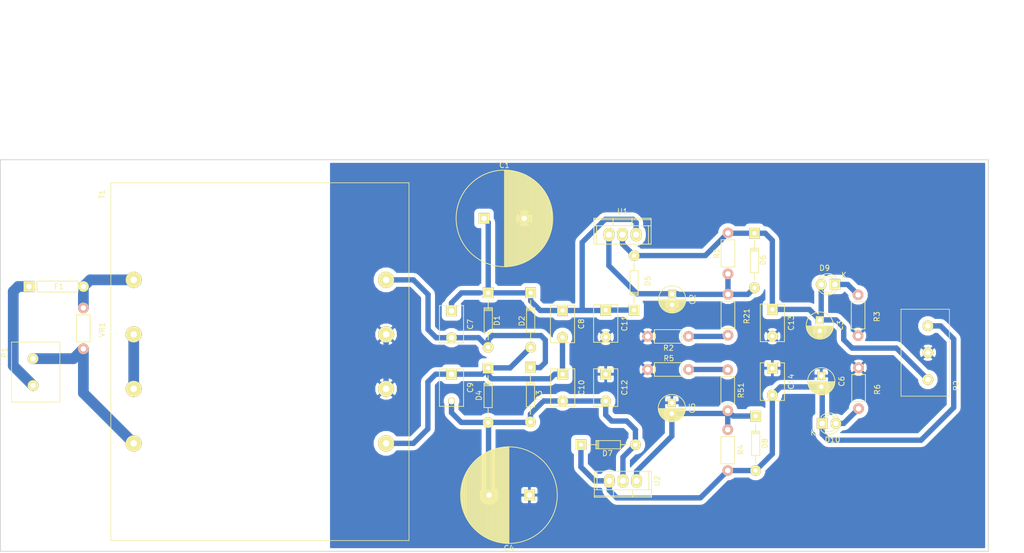
<source format=kicad_pcb>
(kicad_pcb (version 4) (host pcbnew 4.0.2-stable)

  (general
    (links 70)
    (no_connects 1)
    (area 13.045 11.58 204.520001 115.011)
    (thickness 1.6)
    (drawings 5)
    (tracks 150)
    (zones 0)
    (modules 39)
    (nets 18)
  )

  (page A4)
  (layers
    (0 F.Cu signal)
    (31 B.Cu signal)
    (32 B.Adhes user)
    (33 F.Adhes user)
    (34 B.Paste user)
    (35 F.Paste user)
    (36 B.SilkS user)
    (37 F.SilkS user)
    (38 B.Mask user)
    (39 F.Mask user)
    (40 Dwgs.User user)
    (41 Cmts.User user)
    (42 Eco1.User user)
    (43 Eco2.User user)
    (44 Edge.Cuts user)
    (45 Margin user)
    (46 B.CrtYd user)
    (47 F.CrtYd user)
    (48 B.Fab user)
    (49 F.Fab user)
  )

  (setup
    (last_trace_width 1)
    (trace_clearance 0.8)
    (zone_clearance 0.508)
    (zone_45_only no)
    (trace_min 0.2)
    (segment_width 0.2)
    (edge_width 0.15)
    (via_size 0.6)
    (via_drill 0.4)
    (via_min_size 0.4)
    (via_min_drill 0.3)
    (uvia_size 0.3)
    (uvia_drill 0.1)
    (uvias_allowed no)
    (uvia_min_size 0.2)
    (uvia_min_drill 0.1)
    (pcb_text_width 0.3)
    (pcb_text_size 1.5 1.5)
    (mod_edge_width 0.15)
    (mod_text_size 1 1)
    (mod_text_width 0.15)
    (pad_size 2 2)
    (pad_drill 0.8)
    (pad_to_mask_clearance 0.2)
    (aux_axis_origin 0 0)
    (visible_elements FFFFFF7F)
    (pcbplotparams
      (layerselection 0x00030_80000001)
      (usegerberextensions false)
      (excludeedgelayer true)
      (linewidth 0.100000)
      (plotframeref false)
      (viasonmask false)
      (mode 1)
      (useauxorigin false)
      (hpglpennumber 1)
      (hpglpenspeed 20)
      (hpglpendiameter 15)
      (hpglpenoverlay 2)
      (psnegative false)
      (psa4output false)
      (plotreference true)
      (plotvalue true)
      (plotinvisibletext false)
      (padsonsilk false)
      (subtractmaskfromsilk false)
      (outputformat 1)
      (mirror false)
      (drillshape 1)
      (scaleselection 1)
      (outputdirectory ""))
  )

  (net 0 "")
  (net 1 "Net-(C1-Pad1)")
  (net 2 "Net-(C2-Pad1)")
  (net 3 "Net-(C10-Pad2)")
  (net 4 "Net-(C5-Pad2)")
  (net 5 "Net-(C7-Pad2)")
  (net 6 "Net-(C10-Pad1)")
  (net 7 "Net-(D9-Pad1)")
  (net 8 "Net-(D10-Pad2)")
  (net 9 "Net-(F1-Pad2)")
  (net 10 "Net-(R2-Pad1)")
  (net 11 "Net-(R5-Pad2)")
  (net 12 "Net-(T1-Pad2)")
  (net 13 GND)
  (net 14 +15V)
  (net 15 /-15V)
  (net 16 /AC_1)
  (net 17 /AC_2)

  (net_class Default "Ceci est la Netclass par défaut"
    (clearance 0.8)
    (trace_width 1)
    (via_dia 0.6)
    (via_drill 0.4)
    (uvia_dia 0.3)
    (uvia_drill 0.1)
    (add_net +15V)
    (add_net /-15V)
    (add_net /AC_1)
    (add_net /AC_2)
    (add_net GND)
    (add_net "Net-(C1-Pad1)")
    (add_net "Net-(C10-Pad1)")
    (add_net "Net-(C10-Pad2)")
    (add_net "Net-(C2-Pad1)")
    (add_net "Net-(C5-Pad2)")
    (add_net "Net-(C7-Pad2)")
    (add_net "Net-(D10-Pad2)")
    (add_net "Net-(D9-Pad1)")
    (add_net "Net-(F1-Pad2)")
    (add_net "Net-(R2-Pad1)")
    (add_net "Net-(R5-Pad2)")
    (add_net "Net-(T1-Pad2)")
  )

  (module Capacitors_ThroughHole:C_Radial_D18_L36_P7.5 (layer F.Cu) (tedit 57B46B96) (tstamp 57A26A84)
    (at 104.07 51.94)
    (descr "Radial Electrolytic Capacitor Diameter 18mm x Length 36mm, Pitch 7.5mm")
    (tags "Electrolytic Capacitor")
    (path /5730E4F7)
    (fp_text reference C1 (at 3.81 -9.906) (layer F.SilkS)
      (effects (font (size 1 1) (thickness 0.15)))
    )
    (fp_text value 2200u/63V (at 3.81 10.16) (layer F.Fab)
      (effects (font (size 1 1) (thickness 0.15)))
    )
    (fp_line (start 12.6492 -1.4732) (end 12.6746 1.3462) (layer F.SilkS) (width 0.15))
    (fp_line (start 12.5476 2.0828) (end 12.5222 -2.0574) (layer F.SilkS) (width 0.15))
    (fp_line (start 12.4206 -2.5908) (end 12.4206 2.4892) (layer F.SilkS) (width 0.15))
    (fp_line (start 12.2936 2.9464) (end 12.2936 -2.8956) (layer F.SilkS) (width 0.15))
    (fp_line (start 12.1666 -3.2766) (end 12.1666 3.2512) (layer F.SilkS) (width 0.15))
    (fp_line (start 12.0396 3.5814) (end 12.0396 -3.556) (layer F.SilkS) (width 0.15))
    (fp_line (start 11.9126 -3.8862) (end 11.9126 3.8354) (layer F.SilkS) (width 0.15))
    (fp_line (start 11.7856 4.1402) (end 11.7856 -4.1148) (layer F.SilkS) (width 0.15))
    (fp_line (start 11.6586 4.3942) (end 11.6586 -4.318) (layer F.SilkS) (width 0.15))
    (fp_line (start 3.825 -9) (end 3.825 9) (layer F.SilkS) (width 0.15))
    (fp_line (start 3.965 -8.997) (end 3.965 8.997) (layer F.SilkS) (width 0.15))
    (fp_line (start 4.105 -8.992) (end 4.105 8.992) (layer F.SilkS) (width 0.15))
    (fp_line (start 4.245 -8.985) (end 4.245 8.985) (layer F.SilkS) (width 0.15))
    (fp_line (start 4.385 -8.975) (end 4.385 8.975) (layer F.SilkS) (width 0.15))
    (fp_line (start 4.525 -8.962) (end 4.525 8.962) (layer F.SilkS) (width 0.15))
    (fp_line (start 4.665 -8.948) (end 4.665 8.948) (layer F.SilkS) (width 0.15))
    (fp_line (start 4.805 -8.93) (end 4.805 8.93) (layer F.SilkS) (width 0.15))
    (fp_line (start 4.945 -8.91) (end 4.945 8.91) (layer F.SilkS) (width 0.15))
    (fp_line (start 5.085 -8.888) (end 5.085 8.888) (layer F.SilkS) (width 0.15))
    (fp_line (start 5.225 -8.863) (end 5.225 8.863) (layer F.SilkS) (width 0.15))
    (fp_line (start 5.365 -8.835) (end 5.365 8.835) (layer F.SilkS) (width 0.15))
    (fp_line (start 5.505 -8.805) (end 5.505 8.805) (layer F.SilkS) (width 0.15))
    (fp_line (start 5.645 -8.772) (end 5.645 8.772) (layer F.SilkS) (width 0.15))
    (fp_line (start 5.785 -8.737) (end 5.785 8.737) (layer F.SilkS) (width 0.15))
    (fp_line (start 5.925 -8.699) (end 5.925 8.699) (layer F.SilkS) (width 0.15))
    (fp_line (start 6.065 -8.658) (end 6.065 8.658) (layer F.SilkS) (width 0.15))
    (fp_line (start 6.205 -8.614) (end 6.205 8.614) (layer F.SilkS) (width 0.15))
    (fp_line (start 6.345 -8.567) (end 6.345 8.567) (layer F.SilkS) (width 0.15))
    (fp_line (start 6.485 -8.518) (end 6.485 8.518) (layer F.SilkS) (width 0.15))
    (fp_line (start 6.625 -8.466) (end 6.625 -0.484) (layer F.SilkS) (width 0.15))
    (fp_line (start 6.625 0.484) (end 6.625 8.466) (layer F.SilkS) (width 0.15))
    (fp_line (start 6.765 -8.45) (end 6.765 -0.678) (layer F.SilkS) (width 0.15))
    (fp_line (start 6.765 0.678) (end 6.765 8.41) (layer F.SilkS) (width 0.15))
    (fp_line (start 6.905 -8.4) (end 6.905 -0.804) (layer F.SilkS) (width 0.15))
    (fp_line (start 6.905 0.804) (end 6.905 8.38) (layer F.SilkS) (width 0.15))
    (fp_line (start 7.045 -8.35) (end 7.045 -0.89) (layer F.SilkS) (width 0.15))
    (fp_line (start 7.045 0.89) (end 7.045 8.35) (layer F.SilkS) (width 0.15))
    (fp_line (start 7.185 -8.25) (end 7.185 -0.949) (layer F.SilkS) (width 0.15))
    (fp_line (start 7.185 0.949) (end 7.185 8.33) (layer F.SilkS) (width 0.15))
    (fp_line (start 7.325 -8.25) (end 7.325 -0.985) (layer F.SilkS) (width 0.15))
    (fp_line (start 7.325 0.985) (end 7.325 8.28) (layer F.SilkS) (width 0.15))
    (fp_line (start 7.465 -8.185) (end 7.465 -0.999) (layer F.SilkS) (width 0.15))
    (fp_line (start 7.465 0.999) (end 7.465 8.2) (layer F.SilkS) (width 0.15))
    (fp_line (start 7.605 -8.15) (end 7.605 -0.994) (layer F.SilkS) (width 0.15))
    (fp_line (start 7.605 0.994) (end 7.605 8.15) (layer F.SilkS) (width 0.15))
    (fp_line (start 7.745 -8.1) (end 7.745 -0.97) (layer F.SilkS) (width 0.15))
    (fp_line (start 7.745 0.97) (end 7.745 8.05) (layer F.SilkS) (width 0.15))
    (fp_line (start 7.885 -8) (end 7.885 -0.923) (layer F.SilkS) (width 0.15))
    (fp_line (start 7.885 0.923) (end 7.885 7.95) (layer F.SilkS) (width 0.15))
    (fp_line (start 8.025 -7.9) (end 8.025 -0.851) (layer F.SilkS) (width 0.15))
    (fp_line (start 8.025 0.851) (end 8.025 7.87) (layer F.SilkS) (width 0.15))
    (fp_line (start 8.165 -7.8) (end 8.165 -0.747) (layer F.SilkS) (width 0.15))
    (fp_line (start 8.165 0.747) (end 8.165 7.85) (layer F.SilkS) (width 0.15))
    (fp_line (start 8.305 -7.75) (end 8.305 -0.593) (layer F.SilkS) (width 0.15))
    (fp_line (start 8.305 0.593) (end 8.305 7.78) (layer F.SilkS) (width 0.15))
    (fp_line (start 8.445 -7.7) (end 8.445 -0.327) (layer F.SilkS) (width 0.15))
    (fp_line (start 8.445 0.327) (end 8.445 7.7) (layer F.SilkS) (width 0.15))
    (fp_line (start 8.585 -7.6) (end 8.585 7.6) (layer F.SilkS) (width 0.15))
    (fp_line (start 8.725 -7.5) (end 8.725 7.5) (layer F.SilkS) (width 0.15))
    (fp_line (start 8.865 -7.4) (end 8.865 7.4) (layer F.SilkS) (width 0.15))
    (fp_line (start 9.005 -7.3) (end 9.005 7.3) (layer F.SilkS) (width 0.15))
    (fp_line (start 9.145 -7.2) (end 9.145 7.2) (layer F.SilkS) (width 0.15))
    (fp_line (start 9.285 -7.1) (end 9.285 7.1) (layer F.SilkS) (width 0.15))
    (fp_line (start 9.425 -7) (end 9.425 7) (layer F.SilkS) (width 0.15))
    (fp_line (start 9.565 -6.9) (end 9.565 6.9) (layer F.SilkS) (width 0.15))
    (fp_line (start 9.705 -6.8) (end 9.705 6.8) (layer F.SilkS) (width 0.15))
    (fp_line (start 9.845 -6.6) (end 9.845 6.6) (layer F.SilkS) (width 0.15))
    (fp_line (start 9.985 -6.5) (end 9.985 6.5) (layer F.SilkS) (width 0.15))
    (fp_line (start 10.125 -6.4) (end 10.125 6.4) (layer F.SilkS) (width 0.15))
    (fp_line (start 10.265 -6.2) (end 10.265 6.2) (layer F.SilkS) (width 0.15))
    (fp_line (start 10.405 -6.1) (end 10.405 6.1) (layer F.SilkS) (width 0.15))
    (fp_line (start 10.545 -5.9) (end 10.545 5.9) (layer F.SilkS) (width 0.15))
    (fp_line (start 10.685 -5.8) (end 10.685 5.8) (layer F.SilkS) (width 0.15))
    (fp_line (start 10.825 -5.6) (end 10.825 5.6) (layer F.SilkS) (width 0.15))
    (fp_line (start 10.965 -5.45) (end 10.965 5.45) (layer F.SilkS) (width 0.15))
    (fp_line (start 11.105 -5.25) (end 11.105 5.25) (layer F.SilkS) (width 0.15))
    (fp_line (start 11.245 -5.05) (end 11.245 5.05) (layer F.SilkS) (width 0.15))
    (fp_line (start 11.385 -4.8) (end 11.385 4.8) (layer F.SilkS) (width 0.15))
    (fp_line (start 11.525 -4.6) (end 11.525 4.6) (layer F.SilkS) (width 0.15))
    (fp_circle (center 7.5 0) (end 7.5 -1) (layer F.SilkS) (width 0.15))
    (fp_circle (center 3.81 0) (end 3.81 -9) (layer F.SilkS) (width 0.15))
    (fp_circle (center 3.81 0) (end 3.81 -9.3) (layer F.CrtYd) (width 0.05))
    (pad 1 thru_hole rect (at 0 0) (size 2 2) (drill 1) (layers *.Cu *.Mask F.SilkS)
      (net 1 "Net-(C1-Pad1)"))
    (pad 2 thru_hole circle (at 7.5 0) (size 2 2) (drill 1) (layers *.Cu *.Mask F.SilkS)
      (net 13 GND))
    (model Capacitors_ThroughHole.3dshapes/C_Radial_D18_L36_P7.5.wrl
      (at (xyz 0 0 0))
      (scale (xyz 1 1 1))
      (rotate (xyz 0 0 0))
    )
  )

  (module Capacitors_ThroughHole:C_Radial_D5_L11_P2 (layer F.Cu) (tedit 57B46C71) (tstamp 57A26AAB)
    (at 139.12 66.04 270)
    (descr "Radial Electrolytic Capacitor 5mm x Length 11mm, Pitch 2mm")
    (tags "Electrolytic Capacitor")
    (path /5731029A)
    (fp_text reference C2 (at 1 -3.8 270) (layer F.SilkS)
      (effects (font (size 1 1) (thickness 0.15)))
    )
    (fp_text value 10u/25V (at 1 3.8 270) (layer F.Fab)
      (effects (font (size 1 1) (thickness 0.15)))
    )
    (fp_line (start 1.075 -2.499) (end 1.075 2.499) (layer F.SilkS) (width 0.15))
    (fp_line (start 1.215 -2.491) (end 1.215 -0.154) (layer F.SilkS) (width 0.15))
    (fp_line (start 1.215 0.154) (end 1.215 2.491) (layer F.SilkS) (width 0.15))
    (fp_line (start 1.355 -2.475) (end 1.355 -0.473) (layer F.SilkS) (width 0.15))
    (fp_line (start 1.355 0.473) (end 1.355 2.475) (layer F.SilkS) (width 0.15))
    (fp_line (start 1.495 -2.451) (end 1.495 -0.62) (layer F.SilkS) (width 0.15))
    (fp_line (start 1.495 0.62) (end 1.495 2.451) (layer F.SilkS) (width 0.15))
    (fp_line (start 1.635 -2.418) (end 1.635 -0.712) (layer F.SilkS) (width 0.15))
    (fp_line (start 1.635 0.712) (end 1.635 2.418) (layer F.SilkS) (width 0.15))
    (fp_line (start 1.775 -2.377) (end 1.775 -0.768) (layer F.SilkS) (width 0.15))
    (fp_line (start 1.775 0.768) (end 1.775 2.377) (layer F.SilkS) (width 0.15))
    (fp_line (start 1.915 -2.327) (end 1.915 -0.795) (layer F.SilkS) (width 0.15))
    (fp_line (start 1.915 0.795) (end 1.915 2.327) (layer F.SilkS) (width 0.15))
    (fp_line (start 2.055 -2.266) (end 2.055 -0.798) (layer F.SilkS) (width 0.15))
    (fp_line (start 2.055 0.798) (end 2.055 2.266) (layer F.SilkS) (width 0.15))
    (fp_line (start 2.195 -2.196) (end 2.195 -0.776) (layer F.SilkS) (width 0.15))
    (fp_line (start 2.195 0.776) (end 2.195 2.196) (layer F.SilkS) (width 0.15))
    (fp_line (start 2.335 -2.114) (end 2.335 -0.726) (layer F.SilkS) (width 0.15))
    (fp_line (start 2.335 0.726) (end 2.335 2.114) (layer F.SilkS) (width 0.15))
    (fp_line (start 2.475 -2.019) (end 2.475 -0.644) (layer F.SilkS) (width 0.15))
    (fp_line (start 2.475 0.644) (end 2.475 2.019) (layer F.SilkS) (width 0.15))
    (fp_line (start 2.615 -1.908) (end 2.615 -0.512) (layer F.SilkS) (width 0.15))
    (fp_line (start 2.615 0.512) (end 2.615 1.908) (layer F.SilkS) (width 0.15))
    (fp_line (start 2.755 -1.78) (end 2.755 -0.265) (layer F.SilkS) (width 0.15))
    (fp_line (start 2.755 0.265) (end 2.755 1.78) (layer F.SilkS) (width 0.15))
    (fp_line (start 2.895 -1.631) (end 2.895 1.631) (layer F.SilkS) (width 0.15))
    (fp_line (start 3.035 -1.452) (end 3.035 1.452) (layer F.SilkS) (width 0.15))
    (fp_line (start 3.175 -1.233) (end 3.175 1.233) (layer F.SilkS) (width 0.15))
    (fp_line (start 3.315 -0.944) (end 3.315 0.944) (layer F.SilkS) (width 0.15))
    (fp_line (start 3.455 -0.472) (end 3.455 0.472) (layer F.SilkS) (width 0.15))
    (fp_circle (center 2 0) (end 2 -0.8) (layer F.SilkS) (width 0.15))
    (fp_circle (center 1 0) (end 1 -2.5375) (layer F.SilkS) (width 0.15))
    (fp_circle (center 1 0) (end 1 -2.8) (layer F.CrtYd) (width 0.05))
    (pad 1 thru_hole rect (at 0 0 270) (size 1.5 1.5) (drill 0.8) (layers *.Cu *.Mask F.SilkS)
      (net 2 "Net-(C2-Pad1)"))
    (pad 2 thru_hole circle (at 2 0 270) (size 1.5 1.5) (drill 0.8) (layers *.Cu *.Mask F.SilkS)
      (net 13 GND))
    (model Capacitors_ThroughHole.3dshapes/C_Radial_D5_L11_P2.wrl
      (at (xyz 0 0 0))
      (scale (xyz 1 1 1))
      (rotate (xyz 0 0 0))
    )
  )

  (module Capacitors_ThroughHole:C_Radial_D5_L11_P2 (layer F.Cu) (tedit 57B4709F) (tstamp 57A26AD2)
    (at 166.62 70.92 270)
    (descr "Radial Electrolytic Capacitor 5mm x Length 11mm, Pitch 2mm")
    (tags "Electrolytic Capacitor")
    (path /57311874)
    (fp_text reference C3 (at 1 -3.8 270) (layer F.SilkS)
      (effects (font (size 1 1) (thickness 0.15)))
    )
    (fp_text value 22u/25V (at 1 3.8 270) (layer F.Fab)
      (effects (font (size 1 1) (thickness 0.15)))
    )
    (fp_line (start 1.075 -2.499) (end 1.075 2.499) (layer F.SilkS) (width 0.15))
    (fp_line (start 1.215 -2.491) (end 1.215 -0.154) (layer F.SilkS) (width 0.15))
    (fp_line (start 1.215 0.154) (end 1.215 2.491) (layer F.SilkS) (width 0.15))
    (fp_line (start 1.355 -2.475) (end 1.355 -0.473) (layer F.SilkS) (width 0.15))
    (fp_line (start 1.355 0.473) (end 1.355 2.475) (layer F.SilkS) (width 0.15))
    (fp_line (start 1.495 -2.451) (end 1.495 -0.62) (layer F.SilkS) (width 0.15))
    (fp_line (start 1.495 0.62) (end 1.495 2.451) (layer F.SilkS) (width 0.15))
    (fp_line (start 1.635 -2.418) (end 1.635 -0.712) (layer F.SilkS) (width 0.15))
    (fp_line (start 1.635 0.712) (end 1.635 2.418) (layer F.SilkS) (width 0.15))
    (fp_line (start 1.775 -2.377) (end 1.775 -0.768) (layer F.SilkS) (width 0.15))
    (fp_line (start 1.775 0.768) (end 1.775 2.377) (layer F.SilkS) (width 0.15))
    (fp_line (start 1.915 -2.327) (end 1.915 -0.795) (layer F.SilkS) (width 0.15))
    (fp_line (start 1.915 0.795) (end 1.915 2.327) (layer F.SilkS) (width 0.15))
    (fp_line (start 2.055 -2.266) (end 2.055 -0.798) (layer F.SilkS) (width 0.15))
    (fp_line (start 2.055 0.798) (end 2.055 2.266) (layer F.SilkS) (width 0.15))
    (fp_line (start 2.195 -2.196) (end 2.195 -0.776) (layer F.SilkS) (width 0.15))
    (fp_line (start 2.195 0.776) (end 2.195 2.196) (layer F.SilkS) (width 0.15))
    (fp_line (start 2.335 -2.114) (end 2.335 -0.726) (layer F.SilkS) (width 0.15))
    (fp_line (start 2.335 0.726) (end 2.335 2.114) (layer F.SilkS) (width 0.15))
    (fp_line (start 2.475 -2.019) (end 2.475 -0.644) (layer F.SilkS) (width 0.15))
    (fp_line (start 2.475 0.644) (end 2.475 2.019) (layer F.SilkS) (width 0.15))
    (fp_line (start 2.615 -1.908) (end 2.615 -0.512) (layer F.SilkS) (width 0.15))
    (fp_line (start 2.615 0.512) (end 2.615 1.908) (layer F.SilkS) (width 0.15))
    (fp_line (start 2.755 -1.78) (end 2.755 -0.265) (layer F.SilkS) (width 0.15))
    (fp_line (start 2.755 0.265) (end 2.755 1.78) (layer F.SilkS) (width 0.15))
    (fp_line (start 2.895 -1.631) (end 2.895 1.631) (layer F.SilkS) (width 0.15))
    (fp_line (start 3.035 -1.452) (end 3.035 1.452) (layer F.SilkS) (width 0.15))
    (fp_line (start 3.175 -1.233) (end 3.175 1.233) (layer F.SilkS) (width 0.15))
    (fp_line (start 3.315 -0.944) (end 3.315 0.944) (layer F.SilkS) (width 0.15))
    (fp_line (start 3.455 -0.472) (end 3.455 0.472) (layer F.SilkS) (width 0.15))
    (fp_circle (center 2 0) (end 2 -0.8) (layer F.SilkS) (width 0.15))
    (fp_circle (center 1 0) (end 1 -2.5375) (layer F.SilkS) (width 0.15))
    (fp_circle (center 1 0) (end 1 -2.8) (layer F.CrtYd) (width 0.05))
    (pad 1 thru_hole rect (at 0 0 270) (size 1.5 1.5) (drill 0.8) (layers *.Cu *.Mask F.SilkS)
      (net 14 +15V))
    (pad 2 thru_hole circle (at 2 0 270) (size 1.5 1.5) (drill 0.8) (layers *.Cu *.Mask F.SilkS)
      (net 13 GND))
    (model Capacitors_ThroughHole.3dshapes/C_Radial_D5_L11_P2.wrl
      (at (xyz 0 0 0))
      (scale (xyz 1 1 1))
      (rotate (xyz 0 0 0))
    )
  )

  (module Capacitors_ThroughHole:C_Radial_D18_L36_P7.5 (layer F.Cu) (tedit 57B46BA2) (tstamp 57A26B2A)
    (at 112.53 103.53 180)
    (descr "Radial Electrolytic Capacitor Diameter 18mm x Length 36mm, Pitch 7.5mm")
    (tags "Electrolytic Capacitor")
    (path /5730E56A)
    (fp_text reference C4 (at 3.81 -9.906 180) (layer F.SilkS)
      (effects (font (size 1 1) (thickness 0.15)))
    )
    (fp_text value 2200u/63V (at 3.81 10.16 180) (layer F.Fab)
      (effects (font (size 1 1) (thickness 0.15)))
    )
    (fp_line (start 12.6492 -1.4732) (end 12.6746 1.3462) (layer F.SilkS) (width 0.15))
    (fp_line (start 12.5476 2.0828) (end 12.5222 -2.0574) (layer F.SilkS) (width 0.15))
    (fp_line (start 12.4206 -2.5908) (end 12.4206 2.4892) (layer F.SilkS) (width 0.15))
    (fp_line (start 12.2936 2.9464) (end 12.2936 -2.8956) (layer F.SilkS) (width 0.15))
    (fp_line (start 12.1666 -3.2766) (end 12.1666 3.2512) (layer F.SilkS) (width 0.15))
    (fp_line (start 12.0396 3.5814) (end 12.0396 -3.556) (layer F.SilkS) (width 0.15))
    (fp_line (start 11.9126 -3.8862) (end 11.9126 3.8354) (layer F.SilkS) (width 0.15))
    (fp_line (start 11.7856 4.1402) (end 11.7856 -4.1148) (layer F.SilkS) (width 0.15))
    (fp_line (start 11.6586 4.3942) (end 11.6586 -4.318) (layer F.SilkS) (width 0.15))
    (fp_line (start 3.825 -9) (end 3.825 9) (layer F.SilkS) (width 0.15))
    (fp_line (start 3.965 -8.997) (end 3.965 8.997) (layer F.SilkS) (width 0.15))
    (fp_line (start 4.105 -8.992) (end 4.105 8.992) (layer F.SilkS) (width 0.15))
    (fp_line (start 4.245 -8.985) (end 4.245 8.985) (layer F.SilkS) (width 0.15))
    (fp_line (start 4.385 -8.975) (end 4.385 8.975) (layer F.SilkS) (width 0.15))
    (fp_line (start 4.525 -8.962) (end 4.525 8.962) (layer F.SilkS) (width 0.15))
    (fp_line (start 4.665 -8.948) (end 4.665 8.948) (layer F.SilkS) (width 0.15))
    (fp_line (start 4.805 -8.93) (end 4.805 8.93) (layer F.SilkS) (width 0.15))
    (fp_line (start 4.945 -8.91) (end 4.945 8.91) (layer F.SilkS) (width 0.15))
    (fp_line (start 5.085 -8.888) (end 5.085 8.888) (layer F.SilkS) (width 0.15))
    (fp_line (start 5.225 -8.863) (end 5.225 8.863) (layer F.SilkS) (width 0.15))
    (fp_line (start 5.365 -8.835) (end 5.365 8.835) (layer F.SilkS) (width 0.15))
    (fp_line (start 5.505 -8.805) (end 5.505 8.805) (layer F.SilkS) (width 0.15))
    (fp_line (start 5.645 -8.772) (end 5.645 8.772) (layer F.SilkS) (width 0.15))
    (fp_line (start 5.785 -8.737) (end 5.785 8.737) (layer F.SilkS) (width 0.15))
    (fp_line (start 5.925 -8.699) (end 5.925 8.699) (layer F.SilkS) (width 0.15))
    (fp_line (start 6.065 -8.658) (end 6.065 8.658) (layer F.SilkS) (width 0.15))
    (fp_line (start 6.205 -8.614) (end 6.205 8.614) (layer F.SilkS) (width 0.15))
    (fp_line (start 6.345 -8.567) (end 6.345 8.567) (layer F.SilkS) (width 0.15))
    (fp_line (start 6.485 -8.518) (end 6.485 8.518) (layer F.SilkS) (width 0.15))
    (fp_line (start 6.625 -8.466) (end 6.625 -0.484) (layer F.SilkS) (width 0.15))
    (fp_line (start 6.625 0.484) (end 6.625 8.466) (layer F.SilkS) (width 0.15))
    (fp_line (start 6.765 -8.45) (end 6.765 -0.678) (layer F.SilkS) (width 0.15))
    (fp_line (start 6.765 0.678) (end 6.765 8.41) (layer F.SilkS) (width 0.15))
    (fp_line (start 6.905 -8.4) (end 6.905 -0.804) (layer F.SilkS) (width 0.15))
    (fp_line (start 6.905 0.804) (end 6.905 8.38) (layer F.SilkS) (width 0.15))
    (fp_line (start 7.045 -8.35) (end 7.045 -0.89) (layer F.SilkS) (width 0.15))
    (fp_line (start 7.045 0.89) (end 7.045 8.35) (layer F.SilkS) (width 0.15))
    (fp_line (start 7.185 -8.25) (end 7.185 -0.949) (layer F.SilkS) (width 0.15))
    (fp_line (start 7.185 0.949) (end 7.185 8.33) (layer F.SilkS) (width 0.15))
    (fp_line (start 7.325 -8.25) (end 7.325 -0.985) (layer F.SilkS) (width 0.15))
    (fp_line (start 7.325 0.985) (end 7.325 8.28) (layer F.SilkS) (width 0.15))
    (fp_line (start 7.465 -8.185) (end 7.465 -0.999) (layer F.SilkS) (width 0.15))
    (fp_line (start 7.465 0.999) (end 7.465 8.2) (layer F.SilkS) (width 0.15))
    (fp_line (start 7.605 -8.15) (end 7.605 -0.994) (layer F.SilkS) (width 0.15))
    (fp_line (start 7.605 0.994) (end 7.605 8.15) (layer F.SilkS) (width 0.15))
    (fp_line (start 7.745 -8.1) (end 7.745 -0.97) (layer F.SilkS) (width 0.15))
    (fp_line (start 7.745 0.97) (end 7.745 8.05) (layer F.SilkS) (width 0.15))
    (fp_line (start 7.885 -8) (end 7.885 -0.923) (layer F.SilkS) (width 0.15))
    (fp_line (start 7.885 0.923) (end 7.885 7.95) (layer F.SilkS) (width 0.15))
    (fp_line (start 8.025 -7.9) (end 8.025 -0.851) (layer F.SilkS) (width 0.15))
    (fp_line (start 8.025 0.851) (end 8.025 7.87) (layer F.SilkS) (width 0.15))
    (fp_line (start 8.165 -7.8) (end 8.165 -0.747) (layer F.SilkS) (width 0.15))
    (fp_line (start 8.165 0.747) (end 8.165 7.85) (layer F.SilkS) (width 0.15))
    (fp_line (start 8.305 -7.75) (end 8.305 -0.593) (layer F.SilkS) (width 0.15))
    (fp_line (start 8.305 0.593) (end 8.305 7.78) (layer F.SilkS) (width 0.15))
    (fp_line (start 8.445 -7.7) (end 8.445 -0.327) (layer F.SilkS) (width 0.15))
    (fp_line (start 8.445 0.327) (end 8.445 7.7) (layer F.SilkS) (width 0.15))
    (fp_line (start 8.585 -7.6) (end 8.585 7.6) (layer F.SilkS) (width 0.15))
    (fp_line (start 8.725 -7.5) (end 8.725 7.5) (layer F.SilkS) (width 0.15))
    (fp_line (start 8.865 -7.4) (end 8.865 7.4) (layer F.SilkS) (width 0.15))
    (fp_line (start 9.005 -7.3) (end 9.005 7.3) (layer F.SilkS) (width 0.15))
    (fp_line (start 9.145 -7.2) (end 9.145 7.2) (layer F.SilkS) (width 0.15))
    (fp_line (start 9.285 -7.1) (end 9.285 7.1) (layer F.SilkS) (width 0.15))
    (fp_line (start 9.425 -7) (end 9.425 7) (layer F.SilkS) (width 0.15))
    (fp_line (start 9.565 -6.9) (end 9.565 6.9) (layer F.SilkS) (width 0.15))
    (fp_line (start 9.705 -6.8) (end 9.705 6.8) (layer F.SilkS) (width 0.15))
    (fp_line (start 9.845 -6.6) (end 9.845 6.6) (layer F.SilkS) (width 0.15))
    (fp_line (start 9.985 -6.5) (end 9.985 6.5) (layer F.SilkS) (width 0.15))
    (fp_line (start 10.125 -6.4) (end 10.125 6.4) (layer F.SilkS) (width 0.15))
    (fp_line (start 10.265 -6.2) (end 10.265 6.2) (layer F.SilkS) (width 0.15))
    (fp_line (start 10.405 -6.1) (end 10.405 6.1) (layer F.SilkS) (width 0.15))
    (fp_line (start 10.545 -5.9) (end 10.545 5.9) (layer F.SilkS) (width 0.15))
    (fp_line (start 10.685 -5.8) (end 10.685 5.8) (layer F.SilkS) (width 0.15))
    (fp_line (start 10.825 -5.6) (end 10.825 5.6) (layer F.SilkS) (width 0.15))
    (fp_line (start 10.965 -5.45) (end 10.965 5.45) (layer F.SilkS) (width 0.15))
    (fp_line (start 11.105 -5.25) (end 11.105 5.25) (layer F.SilkS) (width 0.15))
    (fp_line (start 11.245 -5.05) (end 11.245 5.05) (layer F.SilkS) (width 0.15))
    (fp_line (start 11.385 -4.8) (end 11.385 4.8) (layer F.SilkS) (width 0.15))
    (fp_line (start 11.525 -4.6) (end 11.525 4.6) (layer F.SilkS) (width 0.15))
    (fp_circle (center 7.5 0) (end 7.5 -1) (layer F.SilkS) (width 0.15))
    (fp_circle (center 3.81 0) (end 3.81 -9) (layer F.SilkS) (width 0.15))
    (fp_circle (center 3.81 0) (end 3.81 -9.3) (layer F.CrtYd) (width 0.05))
    (pad 1 thru_hole rect (at 0 0 180) (size 2 2) (drill 1) (layers *.Cu *.Mask F.SilkS)
      (net 13 GND))
    (pad 2 thru_hole circle (at 7.5 0 180) (size 2 2) (drill 1) (layers *.Cu *.Mask F.SilkS)
      (net 3 "Net-(C10-Pad2)"))
    (model Capacitors_ThroughHole.3dshapes/C_Radial_D18_L36_P7.5.wrl
      (at (xyz 0 0 0))
      (scale (xyz 1 1 1))
      (rotate (xyz 0 0 0))
    )
  )

  (module Capacitors_ThroughHole:C_Radial_D5_L11_P2 (layer F.Cu) (tedit 57B4707D) (tstamp 57A26B51)
    (at 139.06 86.31 270)
    (descr "Radial Electrolytic Capacitor 5mm x Length 11mm, Pitch 2mm")
    (tags "Electrolytic Capacitor")
    (path /573102D9)
    (fp_text reference C5 (at 1 -3.8 270) (layer F.SilkS)
      (effects (font (size 1 1) (thickness 0.15)))
    )
    (fp_text value 10u/25V (at 1 3.8 270) (layer F.Fab)
      (effects (font (size 1 1) (thickness 0.15)))
    )
    (fp_line (start 1.075 -2.499) (end 1.075 2.499) (layer F.SilkS) (width 0.15))
    (fp_line (start 1.215 -2.491) (end 1.215 -0.154) (layer F.SilkS) (width 0.15))
    (fp_line (start 1.215 0.154) (end 1.215 2.491) (layer F.SilkS) (width 0.15))
    (fp_line (start 1.355 -2.475) (end 1.355 -0.473) (layer F.SilkS) (width 0.15))
    (fp_line (start 1.355 0.473) (end 1.355 2.475) (layer F.SilkS) (width 0.15))
    (fp_line (start 1.495 -2.451) (end 1.495 -0.62) (layer F.SilkS) (width 0.15))
    (fp_line (start 1.495 0.62) (end 1.495 2.451) (layer F.SilkS) (width 0.15))
    (fp_line (start 1.635 -2.418) (end 1.635 -0.712) (layer F.SilkS) (width 0.15))
    (fp_line (start 1.635 0.712) (end 1.635 2.418) (layer F.SilkS) (width 0.15))
    (fp_line (start 1.775 -2.377) (end 1.775 -0.768) (layer F.SilkS) (width 0.15))
    (fp_line (start 1.775 0.768) (end 1.775 2.377) (layer F.SilkS) (width 0.15))
    (fp_line (start 1.915 -2.327) (end 1.915 -0.795) (layer F.SilkS) (width 0.15))
    (fp_line (start 1.915 0.795) (end 1.915 2.327) (layer F.SilkS) (width 0.15))
    (fp_line (start 2.055 -2.266) (end 2.055 -0.798) (layer F.SilkS) (width 0.15))
    (fp_line (start 2.055 0.798) (end 2.055 2.266) (layer F.SilkS) (width 0.15))
    (fp_line (start 2.195 -2.196) (end 2.195 -0.776) (layer F.SilkS) (width 0.15))
    (fp_line (start 2.195 0.776) (end 2.195 2.196) (layer F.SilkS) (width 0.15))
    (fp_line (start 2.335 -2.114) (end 2.335 -0.726) (layer F.SilkS) (width 0.15))
    (fp_line (start 2.335 0.726) (end 2.335 2.114) (layer F.SilkS) (width 0.15))
    (fp_line (start 2.475 -2.019) (end 2.475 -0.644) (layer F.SilkS) (width 0.15))
    (fp_line (start 2.475 0.644) (end 2.475 2.019) (layer F.SilkS) (width 0.15))
    (fp_line (start 2.615 -1.908) (end 2.615 -0.512) (layer F.SilkS) (width 0.15))
    (fp_line (start 2.615 0.512) (end 2.615 1.908) (layer F.SilkS) (width 0.15))
    (fp_line (start 2.755 -1.78) (end 2.755 -0.265) (layer F.SilkS) (width 0.15))
    (fp_line (start 2.755 0.265) (end 2.755 1.78) (layer F.SilkS) (width 0.15))
    (fp_line (start 2.895 -1.631) (end 2.895 1.631) (layer F.SilkS) (width 0.15))
    (fp_line (start 3.035 -1.452) (end 3.035 1.452) (layer F.SilkS) (width 0.15))
    (fp_line (start 3.175 -1.233) (end 3.175 1.233) (layer F.SilkS) (width 0.15))
    (fp_line (start 3.315 -0.944) (end 3.315 0.944) (layer F.SilkS) (width 0.15))
    (fp_line (start 3.455 -0.472) (end 3.455 0.472) (layer F.SilkS) (width 0.15))
    (fp_circle (center 2 0) (end 2 -0.8) (layer F.SilkS) (width 0.15))
    (fp_circle (center 1 0) (end 1 -2.5375) (layer F.SilkS) (width 0.15))
    (fp_circle (center 1 0) (end 1 -2.8) (layer F.CrtYd) (width 0.05))
    (pad 1 thru_hole rect (at 0 0 270) (size 1.5 1.5) (drill 0.8) (layers *.Cu *.Mask F.SilkS)
      (net 13 GND))
    (pad 2 thru_hole circle (at 2 0 270) (size 1.5 1.5) (drill 0.8) (layers *.Cu *.Mask F.SilkS)
      (net 4 "Net-(C5-Pad2)"))
    (model Capacitors_ThroughHole.3dshapes/C_Radial_D5_L11_P2.wrl
      (at (xyz 0 0 0))
      (scale (xyz 1 1 1))
      (rotate (xyz 0 0 0))
    )
  )

  (module Capacitors_ThroughHole:C_Radial_D5_L11_P2 (layer F.Cu) (tedit 57B470AB) (tstamp 57A26B78)
    (at 166.89 81.31 270)
    (descr "Radial Electrolytic Capacitor 5mm x Length 11mm, Pitch 2mm")
    (tags "Electrolytic Capacitor")
    (path /57311A18)
    (fp_text reference C6 (at 1 -3.8 270) (layer F.SilkS)
      (effects (font (size 1 1) (thickness 0.15)))
    )
    (fp_text value 22u/25V (at 1 3.8 270) (layer F.Fab)
      (effects (font (size 1 1) (thickness 0.15)))
    )
    (fp_line (start 1.075 -2.499) (end 1.075 2.499) (layer F.SilkS) (width 0.15))
    (fp_line (start 1.215 -2.491) (end 1.215 -0.154) (layer F.SilkS) (width 0.15))
    (fp_line (start 1.215 0.154) (end 1.215 2.491) (layer F.SilkS) (width 0.15))
    (fp_line (start 1.355 -2.475) (end 1.355 -0.473) (layer F.SilkS) (width 0.15))
    (fp_line (start 1.355 0.473) (end 1.355 2.475) (layer F.SilkS) (width 0.15))
    (fp_line (start 1.495 -2.451) (end 1.495 -0.62) (layer F.SilkS) (width 0.15))
    (fp_line (start 1.495 0.62) (end 1.495 2.451) (layer F.SilkS) (width 0.15))
    (fp_line (start 1.635 -2.418) (end 1.635 -0.712) (layer F.SilkS) (width 0.15))
    (fp_line (start 1.635 0.712) (end 1.635 2.418) (layer F.SilkS) (width 0.15))
    (fp_line (start 1.775 -2.377) (end 1.775 -0.768) (layer F.SilkS) (width 0.15))
    (fp_line (start 1.775 0.768) (end 1.775 2.377) (layer F.SilkS) (width 0.15))
    (fp_line (start 1.915 -2.327) (end 1.915 -0.795) (layer F.SilkS) (width 0.15))
    (fp_line (start 1.915 0.795) (end 1.915 2.327) (layer F.SilkS) (width 0.15))
    (fp_line (start 2.055 -2.266) (end 2.055 -0.798) (layer F.SilkS) (width 0.15))
    (fp_line (start 2.055 0.798) (end 2.055 2.266) (layer F.SilkS) (width 0.15))
    (fp_line (start 2.195 -2.196) (end 2.195 -0.776) (layer F.SilkS) (width 0.15))
    (fp_line (start 2.195 0.776) (end 2.195 2.196) (layer F.SilkS) (width 0.15))
    (fp_line (start 2.335 -2.114) (end 2.335 -0.726) (layer F.SilkS) (width 0.15))
    (fp_line (start 2.335 0.726) (end 2.335 2.114) (layer F.SilkS) (width 0.15))
    (fp_line (start 2.475 -2.019) (end 2.475 -0.644) (layer F.SilkS) (width 0.15))
    (fp_line (start 2.475 0.644) (end 2.475 2.019) (layer F.SilkS) (width 0.15))
    (fp_line (start 2.615 -1.908) (end 2.615 -0.512) (layer F.SilkS) (width 0.15))
    (fp_line (start 2.615 0.512) (end 2.615 1.908) (layer F.SilkS) (width 0.15))
    (fp_line (start 2.755 -1.78) (end 2.755 -0.265) (layer F.SilkS) (width 0.15))
    (fp_line (start 2.755 0.265) (end 2.755 1.78) (layer F.SilkS) (width 0.15))
    (fp_line (start 2.895 -1.631) (end 2.895 1.631) (layer F.SilkS) (width 0.15))
    (fp_line (start 3.035 -1.452) (end 3.035 1.452) (layer F.SilkS) (width 0.15))
    (fp_line (start 3.175 -1.233) (end 3.175 1.233) (layer F.SilkS) (width 0.15))
    (fp_line (start 3.315 -0.944) (end 3.315 0.944) (layer F.SilkS) (width 0.15))
    (fp_line (start 3.455 -0.472) (end 3.455 0.472) (layer F.SilkS) (width 0.15))
    (fp_circle (center 2 0) (end 2 -0.8) (layer F.SilkS) (width 0.15))
    (fp_circle (center 1 0) (end 1 -2.5375) (layer F.SilkS) (width 0.15))
    (fp_circle (center 1 0) (end 1 -2.8) (layer F.CrtYd) (width 0.05))
    (pad 1 thru_hole rect (at 0 0 270) (size 1.5 1.5) (drill 0.8) (layers *.Cu *.Mask F.SilkS)
      (net 13 GND))
    (pad 2 thru_hole circle (at 2 0 270) (size 1.5 1.5) (drill 0.8) (layers *.Cu *.Mask F.SilkS)
      (net 15 /-15V))
    (model Capacitors_ThroughHole.3dshapes/C_Radial_D5_L11_P2.wrl
      (at (xyz 0 0 0))
      (scale (xyz 1 1 1))
      (rotate (xyz 0 0 0))
    )
  )

  (module Capacitors_ThroughHole:C_Rect_L7_W4.5_P5 (layer F.Cu) (tedit 57B46BB0) (tstamp 57A26B86)
    (at 98.02 69.184629 270)
    (descr "Film Capacitor Length 7mm x Width 4.5mm, Pitch 5mm")
    (tags Capacitor)
    (path /57313090)
    (fp_text reference C7 (at 2.5 -3.5 270) (layer F.SilkS)
      (effects (font (size 1 1) (thickness 0.15)))
    )
    (fp_text value 47n (at 2.395371 -1.39 270) (layer F.Fab)
      (effects (font (size 1 1) (thickness 0.15)))
    )
    (fp_line (start -1.25 -2.5) (end 6.25 -2.5) (layer F.CrtYd) (width 0.05))
    (fp_line (start 6.25 -2.5) (end 6.25 2.5) (layer F.CrtYd) (width 0.05))
    (fp_line (start 6.25 2.5) (end -1.25 2.5) (layer F.CrtYd) (width 0.05))
    (fp_line (start -1.25 2.5) (end -1.25 -2.5) (layer F.CrtYd) (width 0.05))
    (fp_line (start -1 -2.25) (end 6 -2.25) (layer F.SilkS) (width 0.15))
    (fp_line (start 6 -2.25) (end 6 2.25) (layer F.SilkS) (width 0.15))
    (fp_line (start 6 2.25) (end -1 2.25) (layer F.SilkS) (width 0.15))
    (fp_line (start -1 2.25) (end -1 -2.25) (layer F.SilkS) (width 0.15))
    (pad 1 thru_hole rect (at 0 0 270) (size 2 2) (drill 1) (layers *.Cu *.Mask F.SilkS)
      (net 1 "Net-(C1-Pad1)"))
    (pad 2 thru_hole circle (at 5 0 270) (size 2 2) (drill 1) (layers *.Cu *.Mask F.SilkS)
      (net 5 "Net-(C7-Pad2)"))
    (model Capacitors_ThroughHole.3dshapes/C_Rect_L7_W4.5_P5.wrl
      (at (xyz 0.098425 0 0))
      (scale (xyz 1 1 1))
      (rotate (xyz 0 0 0))
    )
  )

  (module Capacitors_ThroughHole:C_Rect_L7_W4.5_P5 (layer F.Cu) (tedit 57B46C3E) (tstamp 57A26B94)
    (at 118.69 69.11 270)
    (descr "Film Capacitor Length 7mm x Width 4.5mm, Pitch 5mm")
    (tags Capacitor)
    (path /5731302A)
    (fp_text reference C8 (at 2.5 -3.5 270) (layer F.SilkS)
      (effects (font (size 1 1) (thickness 0.15)))
    )
    (fp_text value 47n (at 2.53 -1.37 270) (layer F.Fab)
      (effects (font (size 1 1) (thickness 0.15)))
    )
    (fp_line (start -1.25 -2.5) (end 6.25 -2.5) (layer F.CrtYd) (width 0.05))
    (fp_line (start 6.25 -2.5) (end 6.25 2.5) (layer F.CrtYd) (width 0.05))
    (fp_line (start 6.25 2.5) (end -1.25 2.5) (layer F.CrtYd) (width 0.05))
    (fp_line (start -1.25 2.5) (end -1.25 -2.5) (layer F.CrtYd) (width 0.05))
    (fp_line (start -1 -2.25) (end 6 -2.25) (layer F.SilkS) (width 0.15))
    (fp_line (start 6 -2.25) (end 6 2.25) (layer F.SilkS) (width 0.15))
    (fp_line (start 6 2.25) (end -1 2.25) (layer F.SilkS) (width 0.15))
    (fp_line (start -1 2.25) (end -1 -2.25) (layer F.SilkS) (width 0.15))
    (pad 1 thru_hole rect (at 0 0 270) (size 2 2) (drill 0.8) (layers *.Cu *.Mask F.SilkS)
      (net 1 "Net-(C1-Pad1)"))
    (pad 2 thru_hole circle (at 5 0 270) (size 2 2) (drill 0.8) (layers *.Cu *.Mask F.SilkS)
      (net 6 "Net-(C10-Pad1)"))
    (model Capacitors_ThroughHole.3dshapes/C_Rect_L7_W4.5_P5.wrl
      (at (xyz 0.098425 0 0))
      (scale (xyz 1 1 1))
      (rotate (xyz 0 0 0))
    )
  )

  (module Capacitors_ThroughHole:C_Rect_L7_W4.5_P5 (layer F.Cu) (tedit 57B46BB7) (tstamp 57A26BA2)
    (at 98.02 80.985371 270)
    (descr "Film Capacitor Length 7mm x Width 4.5mm, Pitch 5mm")
    (tags Capacitor)
    (path /57313438)
    (fp_text reference C9 (at 2.5 -3.5 270) (layer F.SilkS)
      (effects (font (size 1 1) (thickness 0.15)))
    )
    (fp_text value 47n (at 2.944629 -1.43 270) (layer F.Fab)
      (effects (font (size 1 1) (thickness 0.15)))
    )
    (fp_line (start -1.25 -2.5) (end 6.25 -2.5) (layer F.CrtYd) (width 0.05))
    (fp_line (start 6.25 -2.5) (end 6.25 2.5) (layer F.CrtYd) (width 0.05))
    (fp_line (start 6.25 2.5) (end -1.25 2.5) (layer F.CrtYd) (width 0.05))
    (fp_line (start -1.25 2.5) (end -1.25 -2.5) (layer F.CrtYd) (width 0.05))
    (fp_line (start -1 -2.25) (end 6 -2.25) (layer F.SilkS) (width 0.15))
    (fp_line (start 6 -2.25) (end 6 2.25) (layer F.SilkS) (width 0.15))
    (fp_line (start 6 2.25) (end -1 2.25) (layer F.SilkS) (width 0.15))
    (fp_line (start -1 2.25) (end -1 -2.25) (layer F.SilkS) (width 0.15))
    (pad 1 thru_hole rect (at 0 0 270) (size 2 2) (drill 1) (layers *.Cu *.Mask F.SilkS)
      (net 6 "Net-(C10-Pad1)"))
    (pad 2 thru_hole circle (at 5 0 270) (size 1.3 1.3) (drill 0.8) (layers *.Cu *.Mask F.SilkS)
      (net 3 "Net-(C10-Pad2)"))
    (model Capacitors_ThroughHole.3dshapes/C_Rect_L7_W4.5_P5.wrl
      (at (xyz 0.098425 0 0))
      (scale (xyz 1 1 1))
      (rotate (xyz 0 0 0))
    )
  )

  (module Capacitors_ThroughHole:C_Rect_L7_W4.5_P5 (layer F.Cu) (tedit 57B46C45) (tstamp 57A26BB0)
    (at 118.73 80.985371 270)
    (descr "Film Capacitor Length 7mm x Width 4.5mm, Pitch 5mm")
    (tags Capacitor)
    (path /57313497)
    (fp_text reference C10 (at 2.5 -3.5 270) (layer F.SilkS)
      (effects (font (size 1 1) (thickness 0.15)))
    )
    (fp_text value 47n (at 2.664629 -1.14 270) (layer F.Fab)
      (effects (font (size 1 1) (thickness 0.15)))
    )
    (fp_line (start -1.25 -2.5) (end 6.25 -2.5) (layer F.CrtYd) (width 0.05))
    (fp_line (start 6.25 -2.5) (end 6.25 2.5) (layer F.CrtYd) (width 0.05))
    (fp_line (start 6.25 2.5) (end -1.25 2.5) (layer F.CrtYd) (width 0.05))
    (fp_line (start -1.25 2.5) (end -1.25 -2.5) (layer F.CrtYd) (width 0.05))
    (fp_line (start -1 -2.25) (end 6 -2.25) (layer F.SilkS) (width 0.15))
    (fp_line (start 6 -2.25) (end 6 2.25) (layer F.SilkS) (width 0.15))
    (fp_line (start 6 2.25) (end -1 2.25) (layer F.SilkS) (width 0.15))
    (fp_line (start -1 2.25) (end -1 -2.25) (layer F.SilkS) (width 0.15))
    (pad 1 thru_hole rect (at 0 0 270) (size 2 2) (drill 0.8) (layers *.Cu *.Mask F.SilkS)
      (net 6 "Net-(C10-Pad1)"))
    (pad 2 thru_hole circle (at 5 0 270) (size 2 2) (drill 0.8) (layers *.Cu *.Mask F.SilkS)
      (net 3 "Net-(C10-Pad2)"))
    (model Capacitors_ThroughHole.3dshapes/C_Rect_L7_W4.5_P5.wrl
      (at (xyz 0.098425 0 0))
      (scale (xyz 1 1 1))
      (rotate (xyz 0 0 0))
    )
  )

  (module Capacitors_ThroughHole:C_Rect_L7_W4.5_P5 (layer F.Cu) (tedit 57B46C4E) (tstamp 57A26BBE)
    (at 126.74 69.04 270)
    (descr "Film Capacitor Length 7mm x Width 4.5mm, Pitch 5mm")
    (tags Capacitor)
    (path /5730FBF7)
    (fp_text reference C11 (at 2.5 -3.5 270) (layer F.SilkS)
      (effects (font (size 1 1) (thickness 0.15)))
    )
    (fp_text value 100n (at 2.47 -1.47 270) (layer F.Fab)
      (effects (font (size 1 1) (thickness 0.15)))
    )
    (fp_line (start -1.25 -2.5) (end 6.25 -2.5) (layer F.CrtYd) (width 0.05))
    (fp_line (start 6.25 -2.5) (end 6.25 2.5) (layer F.CrtYd) (width 0.05))
    (fp_line (start 6.25 2.5) (end -1.25 2.5) (layer F.CrtYd) (width 0.05))
    (fp_line (start -1.25 2.5) (end -1.25 -2.5) (layer F.CrtYd) (width 0.05))
    (fp_line (start -1 -2.25) (end 6 -2.25) (layer F.SilkS) (width 0.15))
    (fp_line (start 6 -2.25) (end 6 2.25) (layer F.SilkS) (width 0.15))
    (fp_line (start 6 2.25) (end -1 2.25) (layer F.SilkS) (width 0.15))
    (fp_line (start -1 2.25) (end -1 -2.25) (layer F.SilkS) (width 0.15))
    (pad 1 thru_hole rect (at 0 0 270) (size 2 2) (drill 0.8) (layers *.Cu *.Mask F.SilkS)
      (net 1 "Net-(C1-Pad1)"))
    (pad 2 thru_hole circle (at 5 0 270) (size 2 2) (drill 0.8) (layers *.Cu *.Mask F.SilkS)
      (net 13 GND))
    (model Capacitors_ThroughHole.3dshapes/C_Rect_L7_W4.5_P5.wrl
      (at (xyz 0.098425 0 0))
      (scale (xyz 1 1 1))
      (rotate (xyz 0 0 0))
    )
  )

  (module Capacitors_ThroughHole:C_Rect_L7_W4.5_P5 (layer F.Cu) (tedit 57B46C56) (tstamp 57A26BCC)
    (at 126.74 80.99 270)
    (descr "Film Capacitor Length 7mm x Width 4.5mm, Pitch 5mm")
    (tags Capacitor)
    (path /5730FC39)
    (fp_text reference C12 (at 2.5 -3.5 270) (layer F.SilkS)
      (effects (font (size 1 1) (thickness 0.15)))
    )
    (fp_text value 100n (at 2.66 -1.37 270) (layer F.Fab)
      (effects (font (size 1 1) (thickness 0.15)))
    )
    (fp_line (start -1.25 -2.5) (end 6.25 -2.5) (layer F.CrtYd) (width 0.05))
    (fp_line (start 6.25 -2.5) (end 6.25 2.5) (layer F.CrtYd) (width 0.05))
    (fp_line (start 6.25 2.5) (end -1.25 2.5) (layer F.CrtYd) (width 0.05))
    (fp_line (start -1.25 2.5) (end -1.25 -2.5) (layer F.CrtYd) (width 0.05))
    (fp_line (start -1 -2.25) (end 6 -2.25) (layer F.SilkS) (width 0.15))
    (fp_line (start 6 -2.25) (end 6 2.25) (layer F.SilkS) (width 0.15))
    (fp_line (start 6 2.25) (end -1 2.25) (layer F.SilkS) (width 0.15))
    (fp_line (start -1 2.25) (end -1 -2.25) (layer F.SilkS) (width 0.15))
    (pad 1 thru_hole rect (at 0 0 270) (size 2 2) (drill 0.8) (layers *.Cu *.Mask F.SilkS)
      (net 13 GND))
    (pad 2 thru_hole circle (at 5 0 270) (size 2 2) (drill 0.8) (layers *.Cu *.Mask F.SilkS)
      (net 3 "Net-(C10-Pad2)"))
    (model Capacitors_ThroughHole.3dshapes/C_Rect_L7_W4.5_P5.wrl
      (at (xyz 0.098425 0 0))
      (scale (xyz 1 1 1))
      (rotate (xyz 0 0 0))
    )
  )

  (module Capacitors_ThroughHole:C_Rect_L7_W4.5_P5 (layer F.Cu) (tedit 57B470CA) (tstamp 57A26BDA)
    (at 157.78 68.91 270)
    (descr "Film Capacitor Length 7mm x Width 4.5mm, Pitch 5mm")
    (tags Capacitor)
    (path /573120BF)
    (fp_text reference C13 (at 2.5 -3.5 270) (layer F.SilkS)
      (effects (font (size 1 1) (thickness 0.15)))
    )
    (fp_text value 100n (at 2.5 3.5 270) (layer F.Fab)
      (effects (font (size 1 1) (thickness 0.15)))
    )
    (fp_line (start -1.25 -2.5) (end 6.25 -2.5) (layer F.CrtYd) (width 0.05))
    (fp_line (start 6.25 -2.5) (end 6.25 2.5) (layer F.CrtYd) (width 0.05))
    (fp_line (start 6.25 2.5) (end -1.25 2.5) (layer F.CrtYd) (width 0.05))
    (fp_line (start -1.25 2.5) (end -1.25 -2.5) (layer F.CrtYd) (width 0.05))
    (fp_line (start -1 -2.25) (end 6 -2.25) (layer F.SilkS) (width 0.15))
    (fp_line (start 6 -2.25) (end 6 2.25) (layer F.SilkS) (width 0.15))
    (fp_line (start 6 2.25) (end -1 2.25) (layer F.SilkS) (width 0.15))
    (fp_line (start -1 2.25) (end -1 -2.25) (layer F.SilkS) (width 0.15))
    (pad 1 thru_hole rect (at 0 0 270) (size 2 2) (drill 0.8) (layers *.Cu *.Mask F.SilkS)
      (net 14 +15V))
    (pad 2 thru_hole circle (at 5 0 270) (size 2 2) (drill 0.8) (layers *.Cu *.Mask F.SilkS)
      (net 13 GND))
    (model Capacitors_ThroughHole.3dshapes/C_Rect_L7_W4.5_P5.wrl
      (at (xyz 0.098425 0 0))
      (scale (xyz 1 1 1))
      (rotate (xyz 0 0 0))
    )
  )

  (module Capacitors_ThroughHole:C_Rect_L7_W4.5_P5 (layer F.Cu) (tedit 57B470D2) (tstamp 57A26BE8)
    (at 157.78 79.87 270)
    (descr "Film Capacitor Length 7mm x Width 4.5mm, Pitch 5mm")
    (tags Capacitor)
    (path /57312114)
    (fp_text reference C14 (at 2.5 -3.5 270) (layer F.SilkS)
      (effects (font (size 1 1) (thickness 0.15)))
    )
    (fp_text value 100n (at 2.44 -1.32 270) (layer F.Fab)
      (effects (font (size 1 1) (thickness 0.15)))
    )
    (fp_line (start -1.25 -2.5) (end 6.25 -2.5) (layer F.CrtYd) (width 0.05))
    (fp_line (start 6.25 -2.5) (end 6.25 2.5) (layer F.CrtYd) (width 0.05))
    (fp_line (start 6.25 2.5) (end -1.25 2.5) (layer F.CrtYd) (width 0.05))
    (fp_line (start -1.25 2.5) (end -1.25 -2.5) (layer F.CrtYd) (width 0.05))
    (fp_line (start -1 -2.25) (end 6 -2.25) (layer F.SilkS) (width 0.15))
    (fp_line (start 6 -2.25) (end 6 2.25) (layer F.SilkS) (width 0.15))
    (fp_line (start 6 2.25) (end -1 2.25) (layer F.SilkS) (width 0.15))
    (fp_line (start -1 2.25) (end -1 -2.25) (layer F.SilkS) (width 0.15))
    (pad 1 thru_hole rect (at 0 0 270) (size 2 2) (drill 0.8) (layers *.Cu *.Mask F.SilkS)
      (net 13 GND))
    (pad 2 thru_hole circle (at 5 0 270) (size 2 2) (drill 0.8) (layers *.Cu *.Mask F.SilkS)
      (net 15 /-15V))
    (model Capacitors_ThroughHole.3dshapes/C_Rect_L7_W4.5_P5.wrl
      (at (xyz 0.098425 0 0))
      (scale (xyz 1 1 1))
      (rotate (xyz 0 0 0))
    )
  )

  (module Diodes_ThroughHole:Diode_DO-35_SOD27_Horizontal_RM10 (layer F.Cu) (tedit 57B46BD8) (tstamp 57A26BF7)
    (at 104.85746 65.81948 270)
    (descr "Diode, DO-35,  SOD27, Horizontal, RM 10mm")
    (tags "Diode, DO-35, SOD27, Horizontal, RM 10mm, 1N4148,")
    (path /5730E11F)
    (fp_text reference D1 (at 5.17052 -1.62254 450) (layer F.SilkS)
      (effects (font (size 1 1) (thickness 0.15)))
    )
    (fp_text value D (at 5.46052 -0.02254 360) (layer F.Fab)
      (effects (font (size 1 1) (thickness 0.15)))
    )
    (fp_line (start 7.36652 -0.00254) (end 8.76352 -0.00254) (layer F.SilkS) (width 0.15))
    (fp_line (start 2.92152 -0.00254) (end 1.39752 -0.00254) (layer F.SilkS) (width 0.15))
    (fp_line (start 3.30252 -0.76454) (end 3.30252 0.75946) (layer F.SilkS) (width 0.15))
    (fp_line (start 3.04852 -0.76454) (end 3.04852 0.75946) (layer F.SilkS) (width 0.15))
    (fp_line (start 2.79452 -0.00254) (end 2.79452 0.75946) (layer F.SilkS) (width 0.15))
    (fp_line (start 2.79452 0.75946) (end 7.36652 0.75946) (layer F.SilkS) (width 0.15))
    (fp_line (start 7.36652 0.75946) (end 7.36652 -0.76454) (layer F.SilkS) (width 0.15))
    (fp_line (start 7.36652 -0.76454) (end 2.79452 -0.76454) (layer F.SilkS) (width 0.15))
    (fp_line (start 2.79452 -0.76454) (end 2.79452 -0.00254) (layer F.SilkS) (width 0.15))
    (pad 2 thru_hole circle (at 10.16052 -0.00254 90) (size 2 2) (drill 0.8) (layers *.Cu *.Mask F.SilkS)
      (net 5 "Net-(C7-Pad2)"))
    (pad 1 thru_hole rect (at 0.00052 -0.00254 90) (size 2 2) (drill 0.8) (layers *.Cu *.Mask F.SilkS)
      (net 1 "Net-(C1-Pad1)"))
    (model Diodes_ThroughHole.3dshapes/Diode_DO-35_SOD27_Horizontal_RM10.wrl
      (at (xyz 0.2 0 0))
      (scale (xyz 0.4 0.4 0.4))
      (rotate (xyz 0 0 180))
    )
  )

  (module Diodes_ThroughHole:Diode_DO-35_SOD27_Horizontal_RM10 (layer F.Cu) (tedit 57B46BFF) (tstamp 57A26C06)
    (at 112.75746 65.81948 270)
    (descr "Diode, DO-35,  SOD27, Horizontal, RM 10mm")
    (tags "Diode, DO-35, SOD27, Horizontal, RM 10mm, 1N4148,")
    (path /5730E185)
    (fp_text reference D2 (at 5.25052 1.64746 270) (layer F.SilkS)
      (effects (font (size 1 1) (thickness 0.15)))
    )
    (fp_text value D (at 5.32052 -0.09254 360) (layer F.Fab)
      (effects (font (size 1 1) (thickness 0.15)))
    )
    (fp_line (start 7.36652 -0.00254) (end 8.76352 -0.00254) (layer F.SilkS) (width 0.15))
    (fp_line (start 2.92152 -0.00254) (end 1.39752 -0.00254) (layer F.SilkS) (width 0.15))
    (fp_line (start 3.30252 -0.76454) (end 3.30252 0.75946) (layer F.SilkS) (width 0.15))
    (fp_line (start 3.04852 -0.76454) (end 3.04852 0.75946) (layer F.SilkS) (width 0.15))
    (fp_line (start 2.79452 -0.00254) (end 2.79452 0.75946) (layer F.SilkS) (width 0.15))
    (fp_line (start 2.79452 0.75946) (end 7.36652 0.75946) (layer F.SilkS) (width 0.15))
    (fp_line (start 7.36652 0.75946) (end 7.36652 -0.76454) (layer F.SilkS) (width 0.15))
    (fp_line (start 7.36652 -0.76454) (end 2.79452 -0.76454) (layer F.SilkS) (width 0.15))
    (fp_line (start 2.79452 -0.76454) (end 2.79452 -0.00254) (layer F.SilkS) (width 0.15))
    (pad 2 thru_hole circle (at 10.16052 -0.00254 90) (size 2 2) (drill 0.8) (layers *.Cu *.Mask F.SilkS)
      (net 6 "Net-(C10-Pad1)"))
    (pad 1 thru_hole rect (at 0.00052 -0.00254 90) (size 2 2) (drill 0.8) (layers *.Cu *.Mask F.SilkS)
      (net 1 "Net-(C1-Pad1)"))
    (model Diodes_ThroughHole.3dshapes/Diode_DO-35_SOD27_Horizontal_RM10.wrl
      (at (xyz 0.2 0 0))
      (scale (xyz 0.4 0.4 0.4))
      (rotate (xyz 0 0 180))
    )
  )

  (module Diodes_ThroughHole:Diode_DO-35_SOD27_Horizontal_RM10 (layer F.Cu) (tedit 57B46C15) (tstamp 57A26C15)
    (at 112.71746 79.70948 270)
    (descr "Diode, DO-35,  SOD27, Horizontal, RM 10mm")
    (tags "Diode, DO-35, SOD27, Horizontal, RM 10mm, 1N4148,")
    (path /5730E295)
    (fp_text reference D3 (at 5.26052 -1.62254 270) (layer F.SilkS)
      (effects (font (size 1 1) (thickness 0.15)))
    )
    (fp_text value D (at 5.19052 -0.03254 360) (layer F.Fab)
      (effects (font (size 1 1) (thickness 0.15)))
    )
    (fp_line (start 7.36652 -0.00254) (end 8.76352 -0.00254) (layer F.SilkS) (width 0.15))
    (fp_line (start 2.92152 -0.00254) (end 1.39752 -0.00254) (layer F.SilkS) (width 0.15))
    (fp_line (start 3.30252 -0.76454) (end 3.30252 0.75946) (layer F.SilkS) (width 0.15))
    (fp_line (start 3.04852 -0.76454) (end 3.04852 0.75946) (layer F.SilkS) (width 0.15))
    (fp_line (start 2.79452 -0.00254) (end 2.79452 0.75946) (layer F.SilkS) (width 0.15))
    (fp_line (start 2.79452 0.75946) (end 7.36652 0.75946) (layer F.SilkS) (width 0.15))
    (fp_line (start 7.36652 0.75946) (end 7.36652 -0.76454) (layer F.SilkS) (width 0.15))
    (fp_line (start 7.36652 -0.76454) (end 2.79452 -0.76454) (layer F.SilkS) (width 0.15))
    (fp_line (start 2.79452 -0.76454) (end 2.79452 -0.00254) (layer F.SilkS) (width 0.15))
    (pad 2 thru_hole circle (at 10.16052 -0.00254 90) (size 2 2) (drill 0.8) (layers *.Cu *.Mask F.SilkS)
      (net 3 "Net-(C10-Pad2)"))
    (pad 1 thru_hole rect (at 0.00052 -0.00254 90) (size 2 2) (drill 0.8) (layers *.Cu *.Mask F.SilkS)
      (net 5 "Net-(C7-Pad2)"))
    (model Diodes_ThroughHole.3dshapes/Diode_DO-35_SOD27_Horizontal_RM10.wrl
      (at (xyz 0.2 0 0))
      (scale (xyz 0.4 0.4 0.4))
      (rotate (xyz 0 0 180))
    )
  )

  (module Diodes_ThroughHole:Diode_DO-35_SOD27_Horizontal_RM10 (layer F.Cu) (tedit 57B46BF0) (tstamp 57A26C24)
    (at 104.83746 79.83948 270)
    (descr "Diode, DO-35,  SOD27, Horizontal, RM 10mm")
    (tags "Diode, DO-35, SOD27, Horizontal, RM 10mm, 1N4148,")
    (path /5730E28E)
    (fp_text reference D4 (at 5.11052 1.71746 270) (layer F.SilkS)
      (effects (font (size 1 1) (thickness 0.15)))
    )
    (fp_text value D (at 5.19052 0.05746 360) (layer F.Fab)
      (effects (font (size 1 1) (thickness 0.15)))
    )
    (fp_line (start 7.36652 -0.00254) (end 8.76352 -0.00254) (layer F.SilkS) (width 0.15))
    (fp_line (start 2.92152 -0.00254) (end 1.39752 -0.00254) (layer F.SilkS) (width 0.15))
    (fp_line (start 3.30252 -0.76454) (end 3.30252 0.75946) (layer F.SilkS) (width 0.15))
    (fp_line (start 3.04852 -0.76454) (end 3.04852 0.75946) (layer F.SilkS) (width 0.15))
    (fp_line (start 2.79452 -0.00254) (end 2.79452 0.75946) (layer F.SilkS) (width 0.15))
    (fp_line (start 2.79452 0.75946) (end 7.36652 0.75946) (layer F.SilkS) (width 0.15))
    (fp_line (start 7.36652 0.75946) (end 7.36652 -0.76454) (layer F.SilkS) (width 0.15))
    (fp_line (start 7.36652 -0.76454) (end 2.79452 -0.76454) (layer F.SilkS) (width 0.15))
    (fp_line (start 2.79452 -0.76454) (end 2.79452 -0.00254) (layer F.SilkS) (width 0.15))
    (pad 2 thru_hole circle (at 10.16052 -0.00254 90) (size 2 2) (drill 0.8) (layers *.Cu *.Mask F.SilkS)
      (net 3 "Net-(C10-Pad2)"))
    (pad 1 thru_hole rect (at 0.00052 -0.00254 90) (size 2 2) (drill 0.8) (layers *.Cu *.Mask F.SilkS)
      (net 6 "Net-(C10-Pad1)"))
    (model Diodes_ThroughHole.3dshapes/Diode_DO-35_SOD27_Horizontal_RM10.wrl
      (at (xyz 0.2 0 0))
      (scale (xyz 0.4 0.4 0.4))
      (rotate (xyz 0 0 180))
    )
  )

  (module Diodes_ThroughHole:Diode_DO-35_SOD27_Horizontal_RM10 (layer F.Cu) (tedit 57B4706F) (tstamp 57A26C33)
    (at 132.03254 69.04052 90)
    (descr "Diode, DO-35,  SOD27, Horizontal, RM 10mm")
    (tags "Diode, DO-35, SOD27, Horizontal, RM 10mm, 1N4148,")
    (path /57310441)
    (fp_text reference D5 (at 5.43052 2.53746 90) (layer F.SilkS)
      (effects (font (size 1 1) (thickness 0.15)))
    )
    (fp_text value D (at 4.41452 -3.55854 90) (layer F.Fab)
      (effects (font (size 1 1) (thickness 0.15)))
    )
    (fp_line (start 7.36652 -0.00254) (end 8.76352 -0.00254) (layer F.SilkS) (width 0.15))
    (fp_line (start 2.92152 -0.00254) (end 1.39752 -0.00254) (layer F.SilkS) (width 0.15))
    (fp_line (start 3.30252 -0.76454) (end 3.30252 0.75946) (layer F.SilkS) (width 0.15))
    (fp_line (start 3.04852 -0.76454) (end 3.04852 0.75946) (layer F.SilkS) (width 0.15))
    (fp_line (start 2.79452 -0.00254) (end 2.79452 0.75946) (layer F.SilkS) (width 0.15))
    (fp_line (start 2.79452 0.75946) (end 7.36652 0.75946) (layer F.SilkS) (width 0.15))
    (fp_line (start 7.36652 0.75946) (end 7.36652 -0.76454) (layer F.SilkS) (width 0.15))
    (fp_line (start 7.36652 -0.76454) (end 2.79452 -0.76454) (layer F.SilkS) (width 0.15))
    (fp_line (start 2.79452 -0.76454) (end 2.79452 -0.00254) (layer F.SilkS) (width 0.15))
    (pad 2 thru_hole circle (at 10.16052 -0.00254 270) (size 2 2) (drill 0.8) (layers *.Cu *.Mask F.SilkS)
      (net 14 +15V))
    (pad 1 thru_hole rect (at 0.00052 -0.00254 270) (size 2 2) (drill 0.8) (layers *.Cu *.Mask F.SilkS)
      (net 1 "Net-(C1-Pad1)"))
    (model Diodes_ThroughHole.3dshapes/Diode_DO-35_SOD27_Horizontal_RM10.wrl
      (at (xyz 0.2 0 0))
      (scale (xyz 0.4 0.4 0.4))
      (rotate (xyz 0 0 180))
    )
  )

  (module Diodes_ThroughHole:Diode_DO-35_SOD27_Horizontal_RM10 (layer F.Cu) (tedit 57B4708D) (tstamp 57A26C42)
    (at 154.44746 54.70948 270)
    (descr "Diode, DO-35,  SOD27, Horizontal, RM 10mm")
    (tags "Diode, DO-35, SOD27, Horizontal, RM 10mm, 1N4148,")
    (path /5731061F)
    (fp_text reference D6 (at 5.00052 -1.59254 270) (layer F.SilkS)
      (effects (font (size 1 1) (thickness 0.15)))
    )
    (fp_text value D (at 5.25052 -0.03254 360) (layer F.Fab)
      (effects (font (size 1 1) (thickness 0.15)))
    )
    (fp_line (start 7.36652 -0.00254) (end 8.76352 -0.00254) (layer F.SilkS) (width 0.15))
    (fp_line (start 2.92152 -0.00254) (end 1.39752 -0.00254) (layer F.SilkS) (width 0.15))
    (fp_line (start 3.30252 -0.76454) (end 3.30252 0.75946) (layer F.SilkS) (width 0.15))
    (fp_line (start 3.04852 -0.76454) (end 3.04852 0.75946) (layer F.SilkS) (width 0.15))
    (fp_line (start 2.79452 -0.00254) (end 2.79452 0.75946) (layer F.SilkS) (width 0.15))
    (fp_line (start 2.79452 0.75946) (end 7.36652 0.75946) (layer F.SilkS) (width 0.15))
    (fp_line (start 7.36652 0.75946) (end 7.36652 -0.76454) (layer F.SilkS) (width 0.15))
    (fp_line (start 7.36652 -0.76454) (end 2.79452 -0.76454) (layer F.SilkS) (width 0.15))
    (fp_line (start 2.79452 -0.76454) (end 2.79452 -0.00254) (layer F.SilkS) (width 0.15))
    (pad 2 thru_hole circle (at 10.16052 -0.00254 90) (size 2 2) (drill 0.8) (layers *.Cu *.Mask F.SilkS)
      (net 2 "Net-(C2-Pad1)"))
    (pad 1 thru_hole rect (at 0.00052 -0.00254 90) (size 2 2) (drill 0.8) (layers *.Cu *.Mask F.SilkS)
      (net 14 +15V))
    (model Diodes_ThroughHole.3dshapes/Diode_DO-35_SOD27_Horizontal_RM10.wrl
      (at (xyz 0.2 0 0))
      (scale (xyz 0.4 0.4 0.4))
      (rotate (xyz 0 0 180))
    )
  )

  (module Diodes_ThroughHole:Diode_DO-35_SOD27_Horizontal_RM10 (layer F.Cu) (tedit 57B4705D) (tstamp 57A26C51)
    (at 122.11948 94.13254)
    (descr "Diode, DO-35,  SOD27, Horizontal, RM 10mm")
    (tags "Diode, DO-35, SOD27, Horizontal, RM 10mm, 1N4148,")
    (path /57310484)
    (fp_text reference D7 (at 4.95052 1.61746) (layer F.SilkS)
      (effects (font (size 1 1) (thickness 0.15)))
    )
    (fp_text value D (at 5.18052 -0.00254 90) (layer F.Fab)
      (effects (font (size 1 1) (thickness 0.15)))
    )
    (fp_line (start 7.36652 -0.00254) (end 8.76352 -0.00254) (layer F.SilkS) (width 0.15))
    (fp_line (start 2.92152 -0.00254) (end 1.39752 -0.00254) (layer F.SilkS) (width 0.15))
    (fp_line (start 3.30252 -0.76454) (end 3.30252 0.75946) (layer F.SilkS) (width 0.15))
    (fp_line (start 3.04852 -0.76454) (end 3.04852 0.75946) (layer F.SilkS) (width 0.15))
    (fp_line (start 2.79452 -0.00254) (end 2.79452 0.75946) (layer F.SilkS) (width 0.15))
    (fp_line (start 2.79452 0.75946) (end 7.36652 0.75946) (layer F.SilkS) (width 0.15))
    (fp_line (start 7.36652 0.75946) (end 7.36652 -0.76454) (layer F.SilkS) (width 0.15))
    (fp_line (start 7.36652 -0.76454) (end 2.79452 -0.76454) (layer F.SilkS) (width 0.15))
    (fp_line (start 2.79452 -0.76454) (end 2.79452 -0.00254) (layer F.SilkS) (width 0.15))
    (pad 2 thru_hole circle (at 10.16052 -0.00254 180) (size 2 2) (drill 0.8) (layers *.Cu *.Mask F.SilkS)
      (net 3 "Net-(C10-Pad2)"))
    (pad 1 thru_hole rect (at 0.00052 -0.00254 180) (size 2 2) (drill 0.8) (layers *.Cu *.Mask F.SilkS)
      (net 15 /-15V))
    (model Diodes_ThroughHole.3dshapes/Diode_DO-35_SOD27_Horizontal_RM10.wrl
      (at (xyz 0.2 0 0))
      (scale (xyz 0.4 0.4 0.4))
      (rotate (xyz 0 0 180))
    )
  )

  (module Diodes_ThroughHole:Diode_DO-35_SOD27_Horizontal_RM10 (layer F.Cu) (tedit 57B4704C) (tstamp 57A26C60)
    (at 154.66746 88.78948 270)
    (descr "Diode, DO-35,  SOD27, Horizontal, RM 10mm")
    (tags "Diode, DO-35, SOD27, Horizontal, RM 10mm, 1N4148,")
    (path /57310A0C)
    (fp_text reference D8 (at 5.11052 -1.69254 270) (layer F.SilkS)
      (effects (font (size 1 1) (thickness 0.15)))
    )
    (fp_text value D (at 5.28052 -0.06254 360) (layer F.Fab)
      (effects (font (size 1 1) (thickness 0.15)))
    )
    (fp_line (start 7.36652 -0.00254) (end 8.76352 -0.00254) (layer F.SilkS) (width 0.15))
    (fp_line (start 2.92152 -0.00254) (end 1.39752 -0.00254) (layer F.SilkS) (width 0.15))
    (fp_line (start 3.30252 -0.76454) (end 3.30252 0.75946) (layer F.SilkS) (width 0.15))
    (fp_line (start 3.04852 -0.76454) (end 3.04852 0.75946) (layer F.SilkS) (width 0.15))
    (fp_line (start 2.79452 -0.00254) (end 2.79452 0.75946) (layer F.SilkS) (width 0.15))
    (fp_line (start 2.79452 0.75946) (end 7.36652 0.75946) (layer F.SilkS) (width 0.15))
    (fp_line (start 7.36652 0.75946) (end 7.36652 -0.76454) (layer F.SilkS) (width 0.15))
    (fp_line (start 7.36652 -0.76454) (end 2.79452 -0.76454) (layer F.SilkS) (width 0.15))
    (fp_line (start 2.79452 -0.76454) (end 2.79452 -0.00254) (layer F.SilkS) (width 0.15))
    (pad 2 thru_hole circle (at 10.16052 -0.00254 90) (size 2 2) (drill 0.8) (layers *.Cu *.Mask F.SilkS)
      (net 15 /-15V))
    (pad 1 thru_hole rect (at 0.00052 -0.00254 90) (size 2 2) (drill 0.8) (layers *.Cu *.Mask F.SilkS)
      (net 4 "Net-(C5-Pad2)"))
    (model Diodes_ThroughHole.3dshapes/Diode_DO-35_SOD27_Horizontal_RM10.wrl
      (at (xyz 0.2 0 0))
      (scale (xyz 0.4 0.4 0.4))
      (rotate (xyz 0 0 180))
    )
  )

  (module LEDs:LED-3MM (layer F.Cu) (tedit 559B82F6) (tstamp 57A26C71)
    (at 169.42 64.25 180)
    (descr "LED 3mm round vertical")
    (tags "LED  3mm round vertical")
    (path /5731257C)
    (fp_text reference D9 (at 1.91 3.06 180) (layer F.SilkS)
      (effects (font (size 1 1) (thickness 0.15)))
    )
    (fp_text value LED (at 1.3 -2.9 180) (layer F.Fab)
      (effects (font (size 1 1) (thickness 0.15)))
    )
    (fp_line (start -1.2 2.3) (end 3.8 2.3) (layer F.CrtYd) (width 0.05))
    (fp_line (start 3.8 2.3) (end 3.8 -2.2) (layer F.CrtYd) (width 0.05))
    (fp_line (start 3.8 -2.2) (end -1.2 -2.2) (layer F.CrtYd) (width 0.05))
    (fp_line (start -1.2 -2.2) (end -1.2 2.3) (layer F.CrtYd) (width 0.05))
    (fp_line (start -0.199 1.314) (end -0.199 1.114) (layer F.SilkS) (width 0.15))
    (fp_line (start -0.199 -1.28) (end -0.199 -1.1) (layer F.SilkS) (width 0.15))
    (fp_arc (start 1.301 0.034) (end -0.199 -1.286) (angle 108.5) (layer F.SilkS) (width 0.15))
    (fp_arc (start 1.301 0.034) (end 0.25 -1.1) (angle 85.7) (layer F.SilkS) (width 0.15))
    (fp_arc (start 1.311 0.034) (end 3.051 0.994) (angle 110) (layer F.SilkS) (width 0.15))
    (fp_arc (start 1.301 0.034) (end 2.335 1.094) (angle 87.5) (layer F.SilkS) (width 0.15))
    (fp_text user K (at -1.69 1.74 180) (layer F.SilkS)
      (effects (font (size 1 1) (thickness 0.15)))
    )
    (pad 1 thru_hole rect (at 0 0 270) (size 2 2) (drill 1.00076) (layers *.Cu *.Mask F.SilkS)
      (net 7 "Net-(D9-Pad1)"))
    (pad 2 thru_hole circle (at 2.54 0 180) (size 2 2) (drill 1.00076) (layers *.Cu *.Mask F.SilkS)
      (net 14 +15V))
    (model LEDs.3dshapes/LED-3MM.wrl
      (at (xyz 0.05 0 0))
      (scale (xyz 1 1 1))
      (rotate (xyz 0 0 90))
    )
  )

  (module LEDs:LED-3MM (layer F.Cu) (tedit 559B82F6) (tstamp 57A26C82)
    (at 167.07 90.16)
    (descr "LED 3mm round vertical")
    (tags "LED  3mm round vertical")
    (path /57312A29)
    (fp_text reference D10 (at 1.91 3.06) (layer F.SilkS)
      (effects (font (size 1 1) (thickness 0.15)))
    )
    (fp_text value LED (at 1.3 -2.9) (layer F.Fab)
      (effects (font (size 1 1) (thickness 0.15)))
    )
    (fp_line (start -1.2 2.3) (end 3.8 2.3) (layer F.CrtYd) (width 0.05))
    (fp_line (start 3.8 2.3) (end 3.8 -2.2) (layer F.CrtYd) (width 0.05))
    (fp_line (start 3.8 -2.2) (end -1.2 -2.2) (layer F.CrtYd) (width 0.05))
    (fp_line (start -1.2 -2.2) (end -1.2 2.3) (layer F.CrtYd) (width 0.05))
    (fp_line (start -0.199 1.314) (end -0.199 1.114) (layer F.SilkS) (width 0.15))
    (fp_line (start -0.199 -1.28) (end -0.199 -1.1) (layer F.SilkS) (width 0.15))
    (fp_arc (start 1.301 0.034) (end -0.199 -1.286) (angle 108.5) (layer F.SilkS) (width 0.15))
    (fp_arc (start 1.301 0.034) (end 0.25 -1.1) (angle 85.7) (layer F.SilkS) (width 0.15))
    (fp_arc (start 1.311 0.034) (end 3.051 0.994) (angle 110) (layer F.SilkS) (width 0.15))
    (fp_arc (start 1.301 0.034) (end 2.335 1.094) (angle 87.5) (layer F.SilkS) (width 0.15))
    (fp_text user K (at -1.69 1.74) (layer F.SilkS)
      (effects (font (size 1 1) (thickness 0.15)))
    )
    (pad 1 thru_hole rect (at 0 0 90) (size 2 2) (drill 1.00076) (layers *.Cu *.Mask F.SilkS)
      (net 15 /-15V))
    (pad 2 thru_hole circle (at 2.54 0) (size 2 2) (drill 1.00076) (layers *.Cu *.Mask F.SilkS)
      (net 8 "Net-(D10-Pad2)"))
    (model LEDs.3dshapes/LED-3MM.wrl
      (at (xyz 0.05 0 0))
      (scale (xyz 1 1 1))
      (rotate (xyz 0 0 90))
    )
  )

  (module Discret:CP4 (layer F.Cu) (tedit 57B46B41) (tstamp 57A26C92)
    (at 24.39 64.64)
    (descr "Condensateur polarise")
    (tags CP)
    (path /5730DF1C)
    (fp_text reference F1 (at 0.508 0) (layer F.SilkS)
      (effects (font (size 1 1) (thickness 0.15)))
    )
    (fp_text value F_Small (at 0.508 0) (layer F.Fab)
      (effects (font (size 1 1) (thickness 0.15)))
    )
    (fp_line (start 5.08 0) (end 4.064 0) (layer F.SilkS) (width 0.15))
    (fp_line (start 4.064 0) (end 4.064 1.016) (layer F.SilkS) (width 0.15))
    (fp_line (start 4.064 1.016) (end -3.556 1.016) (layer F.SilkS) (width 0.15))
    (fp_line (start -3.556 1.016) (end -3.556 -1.016) (layer F.SilkS) (width 0.15))
    (fp_line (start -3.556 -1.016) (end 4.064 -1.016) (layer F.SilkS) (width 0.15))
    (fp_line (start 4.064 -1.016) (end 4.064 0) (layer F.SilkS) (width 0.15))
    (fp_line (start -5.08 0) (end -4.064 0) (layer F.SilkS) (width 0.15))
    (fp_line (start -3.556 0.508) (end -4.064 0.508) (layer F.SilkS) (width 0.15))
    (fp_line (start -4.064 0.508) (end -4.064 -0.508) (layer F.SilkS) (width 0.15))
    (fp_line (start -4.064 -0.508) (end -3.556 -0.508) (layer F.SilkS) (width 0.15))
    (pad 1 thru_hole rect (at -5.08 0) (size 2 2) (drill 1) (layers *.Cu *.Mask F.SilkS)
      (net 16 /AC_1))
    (pad 2 thru_hole circle (at 5.08 0) (size 2 2) (drill 1) (layers *.Cu *.Mask F.SilkS)
      (net 9 "Net-(F1-Pad2)"))
    (model Discret.3dshapes/CP4.wrl
      (at (xyz 0 0 0))
      (scale (xyz 0.4 0.4 0.4))
      (rotate (xyz 0 0 0))
    )
  )

  (module Resistors_ThroughHole:Resistor_Horizontal_RM7mm (layer F.Cu) (tedit 569FCF07) (tstamp 57A26CB7)
    (at 149.51 54.66 270)
    (descr "Resistor, Axial,  RM 7.62mm, 1/3W,")
    (tags "Resistor Axial RM 7.62mm 1/3W R3")
    (path /5731059A)
    (fp_text reference R1 (at 3.79 2.11 450) (layer F.SilkS)
      (effects (font (size 1 1) (thickness 0.15)))
    )
    (fp_text value 220 (at 3.85 0 270) (layer F.Fab)
      (effects (font (size 1 1) (thickness 0.15)))
    )
    (fp_line (start -1.25 -1.5) (end 8.85 -1.5) (layer F.CrtYd) (width 0.05))
    (fp_line (start -1.25 1.5) (end -1.25 -1.5) (layer F.CrtYd) (width 0.05))
    (fp_line (start 8.85 -1.5) (end 8.85 1.5) (layer F.CrtYd) (width 0.05))
    (fp_line (start -1.25 1.5) (end 8.85 1.5) (layer F.CrtYd) (width 0.05))
    (fp_line (start 1.27 -1.27) (end 6.35 -1.27) (layer F.SilkS) (width 0.15))
    (fp_line (start 6.35 -1.27) (end 6.35 1.27) (layer F.SilkS) (width 0.15))
    (fp_line (start 6.35 1.27) (end 1.27 1.27) (layer F.SilkS) (width 0.15))
    (fp_line (start 1.27 1.27) (end 1.27 -1.27) (layer F.SilkS) (width 0.15))
    (pad 1 thru_hole circle (at 0 0 270) (size 1.99898 1.99898) (drill 1.00076) (layers *.Cu *.SilkS *.Mask)
      (net 14 +15V))
    (pad 2 thru_hole circle (at 7.62 0 270) (size 1.99898 1.99898) (drill 1.00076) (layers *.Cu *.SilkS *.Mask)
      (net 2 "Net-(C2-Pad1)"))
  )

  (module Resistors_ThroughHole:Resistor_Horizontal_RM7mm (layer F.Cu) (tedit 569FCF07) (tstamp 57A26CC5)
    (at 142.17 73.94 180)
    (descr "Resistor, Axial,  RM 7.62mm, 1/3W,")
    (tags "Resistor Axial RM 7.62mm 1/3W R3")
    (path /573105DE)
    (fp_text reference R2 (at 3.73 -2.16 180) (layer F.SilkS)
      (effects (font (size 1 1) (thickness 0.15)))
    )
    (fp_text value 2.2K (at 3.68 -0.05 180) (layer F.Fab)
      (effects (font (size 1 1) (thickness 0.15)))
    )
    (fp_line (start -1.25 -1.5) (end 8.85 -1.5) (layer F.CrtYd) (width 0.05))
    (fp_line (start -1.25 1.5) (end -1.25 -1.5) (layer F.CrtYd) (width 0.05))
    (fp_line (start 8.85 -1.5) (end 8.85 1.5) (layer F.CrtYd) (width 0.05))
    (fp_line (start -1.25 1.5) (end 8.85 1.5) (layer F.CrtYd) (width 0.05))
    (fp_line (start 1.27 -1.27) (end 6.35 -1.27) (layer F.SilkS) (width 0.15))
    (fp_line (start 6.35 -1.27) (end 6.35 1.27) (layer F.SilkS) (width 0.15))
    (fp_line (start 6.35 1.27) (end 1.27 1.27) (layer F.SilkS) (width 0.15))
    (fp_line (start 1.27 1.27) (end 1.27 -1.27) (layer F.SilkS) (width 0.15))
    (pad 1 thru_hole circle (at 0 0 180) (size 1.99898 1.99898) (drill 1.00076) (layers *.Cu *.SilkS *.Mask)
      (net 10 "Net-(R2-Pad1)"))
    (pad 2 thru_hole circle (at 7.62 0 180) (size 1.99898 1.99898) (drill 1.00076) (layers *.Cu *.SilkS *.Mask)
      (net 13 GND))
  )

  (module Resistors_ThroughHole:Resistor_Horizontal_RM7mm (layer F.Cu) (tedit 569FCF07) (tstamp 57A26CD3)
    (at 173.75 66.2 270)
    (descr "Resistor, Axial,  RM 7.62mm, 1/3W,")
    (tags "Resistor Axial RM 7.62mm 1/3W R3")
    (path /57312669)
    (fp_text reference R3 (at 4.05892 -3.50012 270) (layer F.SilkS)
      (effects (font (size 1 1) (thickness 0.15)))
    )
    (fp_text value 1K (at 3.83 -0.09 270) (layer F.Fab)
      (effects (font (size 1 1) (thickness 0.15)))
    )
    (fp_line (start -1.25 -1.5) (end 8.85 -1.5) (layer F.CrtYd) (width 0.05))
    (fp_line (start -1.25 1.5) (end -1.25 -1.5) (layer F.CrtYd) (width 0.05))
    (fp_line (start 8.85 -1.5) (end 8.85 1.5) (layer F.CrtYd) (width 0.05))
    (fp_line (start -1.25 1.5) (end 8.85 1.5) (layer F.CrtYd) (width 0.05))
    (fp_line (start 1.27 -1.27) (end 6.35 -1.27) (layer F.SilkS) (width 0.15))
    (fp_line (start 6.35 -1.27) (end 6.35 1.27) (layer F.SilkS) (width 0.15))
    (fp_line (start 6.35 1.27) (end 1.27 1.27) (layer F.SilkS) (width 0.15))
    (fp_line (start 1.27 1.27) (end 1.27 -1.27) (layer F.SilkS) (width 0.15))
    (pad 1 thru_hole circle (at 0 0 270) (size 1.99898 1.99898) (drill 1.00076) (layers *.Cu *.SilkS *.Mask)
      (net 7 "Net-(D9-Pad1)"))
    (pad 2 thru_hole circle (at 7.62 0 270) (size 1.99898 1.99898) (drill 1.00076) (layers *.Cu *.SilkS *.Mask)
      (net 13 GND))
  )

  (module Resistors_ThroughHole:Resistor_Horizontal_RM7mm (layer F.Cu) (tedit 569FCF07) (tstamp 57A26CE1)
    (at 149.47 91.33 270)
    (descr "Resistor, Axial,  RM 7.62mm, 1/3W,")
    (tags "Resistor Axial RM 7.62mm 1/3W R3")
    (path /573109BD)
    (fp_text reference R4 (at 3.73 -2.41 270) (layer F.SilkS)
      (effects (font (size 1 1) (thickness 0.15)))
    )
    (fp_text value 220 (at 3.79 -0.08 270) (layer F.Fab)
      (effects (font (size 1 1) (thickness 0.15)))
    )
    (fp_line (start -1.25 -1.5) (end 8.85 -1.5) (layer F.CrtYd) (width 0.05))
    (fp_line (start -1.25 1.5) (end -1.25 -1.5) (layer F.CrtYd) (width 0.05))
    (fp_line (start 8.85 -1.5) (end 8.85 1.5) (layer F.CrtYd) (width 0.05))
    (fp_line (start -1.25 1.5) (end 8.85 1.5) (layer F.CrtYd) (width 0.05))
    (fp_line (start 1.27 -1.27) (end 6.35 -1.27) (layer F.SilkS) (width 0.15))
    (fp_line (start 6.35 -1.27) (end 6.35 1.27) (layer F.SilkS) (width 0.15))
    (fp_line (start 6.35 1.27) (end 1.27 1.27) (layer F.SilkS) (width 0.15))
    (fp_line (start 1.27 1.27) (end 1.27 -1.27) (layer F.SilkS) (width 0.15))
    (pad 1 thru_hole circle (at 0 0 270) (size 1.99898 1.99898) (drill 1.00076) (layers *.Cu *.SilkS *.Mask)
      (net 4 "Net-(C5-Pad2)"))
    (pad 2 thru_hole circle (at 7.62 0 270) (size 1.99898 1.99898) (drill 1.00076) (layers *.Cu *.SilkS *.Mask)
      (net 15 /-15V))
  )

  (module Resistors_ThroughHole:Resistor_Horizontal_RM7mm (layer F.Cu) (tedit 569FCF07) (tstamp 57A26CEF)
    (at 134.55 80.11)
    (descr "Resistor, Axial,  RM 7.62mm, 1/3W,")
    (tags "Resistor Axial RM 7.62mm 1/3W R3")
    (path /57310971)
    (fp_text reference R5 (at 3.94 -2.07) (layer F.SilkS)
      (effects (font (size 1 1) (thickness 0.15)))
    )
    (fp_text value 2.2K (at 3.78 -0.01) (layer F.Fab)
      (effects (font (size 1 1) (thickness 0.15)))
    )
    (fp_line (start -1.25 -1.5) (end 8.85 -1.5) (layer F.CrtYd) (width 0.05))
    (fp_line (start -1.25 1.5) (end -1.25 -1.5) (layer F.CrtYd) (width 0.05))
    (fp_line (start 8.85 -1.5) (end 8.85 1.5) (layer F.CrtYd) (width 0.05))
    (fp_line (start -1.25 1.5) (end 8.85 1.5) (layer F.CrtYd) (width 0.05))
    (fp_line (start 1.27 -1.27) (end 6.35 -1.27) (layer F.SilkS) (width 0.15))
    (fp_line (start 6.35 -1.27) (end 6.35 1.27) (layer F.SilkS) (width 0.15))
    (fp_line (start 6.35 1.27) (end 1.27 1.27) (layer F.SilkS) (width 0.15))
    (fp_line (start 1.27 1.27) (end 1.27 -1.27) (layer F.SilkS) (width 0.15))
    (pad 1 thru_hole circle (at 0 0) (size 1.99898 1.99898) (drill 1.00076) (layers *.Cu *.SilkS *.Mask)
      (net 13 GND))
    (pad 2 thru_hole circle (at 7.62 0) (size 1.99898 1.99898) (drill 1.00076) (layers *.Cu *.SilkS *.Mask)
      (net 11 "Net-(R5-Pad2)"))
  )

  (module Resistors_ThroughHole:Resistor_Horizontal_RM7mm (layer F.Cu) (tedit 569FCF07) (tstamp 57A26CFD)
    (at 173.84 79.78 270)
    (descr "Resistor, Axial,  RM 7.62mm, 1/3W,")
    (tags "Resistor Axial RM 7.62mm 1/3W R3")
    (path /5731292E)
    (fp_text reference R6 (at 4.05892 -3.50012 270) (layer F.SilkS)
      (effects (font (size 1 1) (thickness 0.15)))
    )
    (fp_text value 1K (at 3.88 0.09 270) (layer F.Fab)
      (effects (font (size 1 1) (thickness 0.15)))
    )
    (fp_line (start -1.25 -1.5) (end 8.85 -1.5) (layer F.CrtYd) (width 0.05))
    (fp_line (start -1.25 1.5) (end -1.25 -1.5) (layer F.CrtYd) (width 0.05))
    (fp_line (start 8.85 -1.5) (end 8.85 1.5) (layer F.CrtYd) (width 0.05))
    (fp_line (start -1.25 1.5) (end 8.85 1.5) (layer F.CrtYd) (width 0.05))
    (fp_line (start 1.27 -1.27) (end 6.35 -1.27) (layer F.SilkS) (width 0.15))
    (fp_line (start 6.35 -1.27) (end 6.35 1.27) (layer F.SilkS) (width 0.15))
    (fp_line (start 6.35 1.27) (end 1.27 1.27) (layer F.SilkS) (width 0.15))
    (fp_line (start 1.27 1.27) (end 1.27 -1.27) (layer F.SilkS) (width 0.15))
    (pad 1 thru_hole circle (at 0 0 270) (size 1.99898 1.99898) (drill 1.00076) (layers *.Cu *.SilkS *.Mask)
      (net 13 GND))
    (pad 2 thru_hole circle (at 7.62 0 270) (size 1.99898 1.99898) (drill 1.00076) (layers *.Cu *.SilkS *.Mask)
      (net 8 "Net-(D10-Pad2)"))
  )

  (module Resistors_ThroughHole:Resistor_Horizontal_RM7mm (layer F.Cu) (tedit 569FCF07) (tstamp 57A26D0B)
    (at 149.51 66.1 270)
    (descr "Resistor, Axial,  RM 7.62mm, 1/3W,")
    (tags "Resistor Axial RM 7.62mm 1/3W R3")
    (path /57A0C6E8)
    (fp_text reference R21 (at 4.05892 -3.50012 270) (layer F.SilkS)
      (effects (font (size 1 1) (thickness 0.15)))
    )
    (fp_text value 220 (at 3.98 0 270) (layer F.Fab)
      (effects (font (size 1 1) (thickness 0.15)))
    )
    (fp_line (start -1.25 -1.5) (end 8.85 -1.5) (layer F.CrtYd) (width 0.05))
    (fp_line (start -1.25 1.5) (end -1.25 -1.5) (layer F.CrtYd) (width 0.05))
    (fp_line (start 8.85 -1.5) (end 8.85 1.5) (layer F.CrtYd) (width 0.05))
    (fp_line (start -1.25 1.5) (end 8.85 1.5) (layer F.CrtYd) (width 0.05))
    (fp_line (start 1.27 -1.27) (end 6.35 -1.27) (layer F.SilkS) (width 0.15))
    (fp_line (start 6.35 -1.27) (end 6.35 1.27) (layer F.SilkS) (width 0.15))
    (fp_line (start 6.35 1.27) (end 1.27 1.27) (layer F.SilkS) (width 0.15))
    (fp_line (start 1.27 1.27) (end 1.27 -1.27) (layer F.SilkS) (width 0.15))
    (pad 1 thru_hole circle (at 0 0 270) (size 1.99898 1.99898) (drill 1.00076) (layers *.Cu *.SilkS *.Mask)
      (net 2 "Net-(C2-Pad1)"))
    (pad 2 thru_hole circle (at 7.62 0 270) (size 1.99898 1.99898) (drill 1.00076) (layers *.Cu *.SilkS *.Mask)
      (net 10 "Net-(R2-Pad1)"))
  )

  (module Resistors_ThroughHole:Resistor_Horizontal_RM7mm (layer F.Cu) (tedit 569FCF07) (tstamp 57A26D19)
    (at 149.47 80.17 270)
    (descr "Resistor, Axial,  RM 7.62mm, 1/3W,")
    (tags "Resistor Axial RM 7.62mm 1/3W R3")
    (path /57A0C755)
    (fp_text reference R51 (at 3.83 -2.47 270) (layer F.SilkS)
      (effects (font (size 1 1) (thickness 0.15)))
    )
    (fp_text value 220 (at 3.89 -0.02 270) (layer F.Fab)
      (effects (font (size 1 1) (thickness 0.15)))
    )
    (fp_line (start -1.25 -1.5) (end 8.85 -1.5) (layer F.CrtYd) (width 0.05))
    (fp_line (start -1.25 1.5) (end -1.25 -1.5) (layer F.CrtYd) (width 0.05))
    (fp_line (start 8.85 -1.5) (end 8.85 1.5) (layer F.CrtYd) (width 0.05))
    (fp_line (start -1.25 1.5) (end 8.85 1.5) (layer F.CrtYd) (width 0.05))
    (fp_line (start 1.27 -1.27) (end 6.35 -1.27) (layer F.SilkS) (width 0.15))
    (fp_line (start 6.35 -1.27) (end 6.35 1.27) (layer F.SilkS) (width 0.15))
    (fp_line (start 6.35 1.27) (end 1.27 1.27) (layer F.SilkS) (width 0.15))
    (fp_line (start 1.27 1.27) (end 1.27 -1.27) (layer F.SilkS) (width 0.15))
    (pad 1 thru_hole circle (at 0 0 270) (size 1.99898 1.99898) (drill 1.00076) (layers *.Cu *.SilkS *.Mask)
      (net 11 "Net-(R5-Pad2)"))
    (pad 2 thru_hole circle (at 7.62 0 270) (size 1.99898 1.99898) (drill 1.00076) (layers *.Cu *.SilkS *.Mask)
      (net 4 "Net-(C5-Pad2)"))
  )

  (module Power_Integrations:TO-220 (layer F.Cu) (tedit 0) (tstamp 57A26D3A)
    (at 129.87 54.96)
    (descr "Non Isolated JEDEC TO-220 Package")
    (tags "Power Integration YN Package")
    (path /5730FEF1)
    (fp_text reference U1 (at 0 -4.318) (layer F.SilkS)
      (effects (font (size 1 1) (thickness 0.15)))
    )
    (fp_text value LM317AT (at 0 -4.318) (layer F.Fab)
      (effects (font (size 1 1) (thickness 0.15)))
    )
    (fp_line (start 4.826 -1.651) (end 4.826 1.778) (layer F.SilkS) (width 0.15))
    (fp_line (start -4.826 -1.651) (end -4.826 1.778) (layer F.SilkS) (width 0.15))
    (fp_line (start 5.334 -2.794) (end -5.334 -2.794) (layer F.SilkS) (width 0.15))
    (fp_line (start 1.778 -1.778) (end 1.778 -3.048) (layer F.SilkS) (width 0.15))
    (fp_line (start -1.778 -1.778) (end -1.778 -3.048) (layer F.SilkS) (width 0.15))
    (fp_line (start -5.334 -1.651) (end 5.334 -1.651) (layer F.SilkS) (width 0.15))
    (fp_line (start 5.334 1.778) (end -5.334 1.778) (layer F.SilkS) (width 0.15))
    (fp_line (start -5.334 -3.048) (end -5.334 1.778) (layer F.SilkS) (width 0.15))
    (fp_line (start 5.334 -3.048) (end 5.334 1.778) (layer F.SilkS) (width 0.15))
    (fp_line (start 5.334 -3.048) (end -5.334 -3.048) (layer F.SilkS) (width 0.15))
    (pad 2 thru_hole oval (at 0 0) (size 2.032 2.54) (drill 1.143) (layers *.Cu *.Mask F.SilkS)
      (net 14 +15V))
    (pad 3 thru_hole oval (at 2.54 0) (size 2.032 2.54) (drill 1.143) (layers *.Cu *.Mask F.SilkS)
      (net 1 "Net-(C1-Pad1)"))
    (pad 1 thru_hole oval (at -2.54 0) (size 2.032 2.54) (drill 1.143) (layers *.Cu *.Mask F.SilkS)
      (net 2 "Net-(C2-Pad1)"))
  )

  (module Power_Integrations:TO-220 (layer F.Cu) (tedit 0) (tstamp 57A26D4B)
    (at 129.95 100.87 180)
    (descr "Non Isolated JEDEC TO-220 Package")
    (tags "Power Integration YN Package")
    (path /5730FF5D)
    (fp_text reference U2 (at -6.38 -0.01 270) (layer F.SilkS)
      (effects (font (size 1 1) (thickness 0.15)))
    )
    (fp_text value LM337T (at 0.26 -4.96 180) (layer F.Fab)
      (effects (font (size 1 1) (thickness 0.15)))
    )
    (fp_line (start 4.826 -1.651) (end 4.826 1.778) (layer F.SilkS) (width 0.15))
    (fp_line (start -4.826 -1.651) (end -4.826 1.778) (layer F.SilkS) (width 0.15))
    (fp_line (start 5.334 -2.794) (end -5.334 -2.794) (layer F.SilkS) (width 0.15))
    (fp_line (start 1.778 -1.778) (end 1.778 -3.048) (layer F.SilkS) (width 0.15))
    (fp_line (start -1.778 -1.778) (end -1.778 -3.048) (layer F.SilkS) (width 0.15))
    (fp_line (start -5.334 -1.651) (end 5.334 -1.651) (layer F.SilkS) (width 0.15))
    (fp_line (start 5.334 1.778) (end -5.334 1.778) (layer F.SilkS) (width 0.15))
    (fp_line (start -5.334 -3.048) (end -5.334 1.778) (layer F.SilkS) (width 0.15))
    (fp_line (start 5.334 -3.048) (end 5.334 1.778) (layer F.SilkS) (width 0.15))
    (fp_line (start 5.334 -3.048) (end -5.334 -3.048) (layer F.SilkS) (width 0.15))
    (pad 2 thru_hole oval (at 0 0 180) (size 2.032 2.54) (drill 1.143) (layers *.Cu *.Mask F.SilkS)
      (net 3 "Net-(C10-Pad2)"))
    (pad 3 thru_hole oval (at 2.54 0 180) (size 2.032 2.54) (drill 1.143) (layers *.Cu *.Mask F.SilkS)
      (net 15 /-15V))
    (pad 1 thru_hole oval (at -2.54 0 180) (size 2.032 2.54) (drill 1.143) (layers *.Cu *.Mask F.SilkS)
      (net 4 "Net-(C5-Pad2)"))
  )

  (module Resistors_ThroughHole:Resistor_Horizontal_RM7mm (layer F.Cu) (tedit 569FCF07) (tstamp 57A26D59)
    (at 29.45 68.63 270)
    (descr "Resistor, Axial,  RM 7.62mm, 1/3W,")
    (tags "Resistor Axial RM 7.62mm 1/3W R3")
    (path /5730DF71)
    (fp_text reference VR1 (at 4.05892 -3.50012 270) (layer F.SilkS)
      (effects (font (size 1 1) (thickness 0.15)))
    )
    (fp_text value VR (at 3.81 3.81 270) (layer F.Fab)
      (effects (font (size 1 1) (thickness 0.15)))
    )
    (fp_line (start -1.25 -1.5) (end 8.85 -1.5) (layer F.CrtYd) (width 0.05))
    (fp_line (start -1.25 1.5) (end -1.25 -1.5) (layer F.CrtYd) (width 0.05))
    (fp_line (start 8.85 -1.5) (end 8.85 1.5) (layer F.CrtYd) (width 0.05))
    (fp_line (start -1.25 1.5) (end 8.85 1.5) (layer F.CrtYd) (width 0.05))
    (fp_line (start 1.27 -1.27) (end 6.35 -1.27) (layer F.SilkS) (width 0.15))
    (fp_line (start 6.35 -1.27) (end 6.35 1.27) (layer F.SilkS) (width 0.15))
    (fp_line (start 6.35 1.27) (end 1.27 1.27) (layer F.SilkS) (width 0.15))
    (fp_line (start 1.27 1.27) (end 1.27 -1.27) (layer F.SilkS) (width 0.15))
    (pad 1 thru_hole circle (at 0 0 270) (size 1.99898 1.99898) (drill 1.00076) (layers *.Cu *.SilkS *.Mask)
      (net 9 "Net-(F1-Pad2)"))
    (pad 2 thru_hole circle (at 7.62 0 270) (size 1.99898 1.99898) (drill 1.00076) (layers *.Cu *.SilkS *.Mask)
      (net 17 /AC_2))
  )

  (module CONN:CONN_2 (layer F.Cu) (tedit 57A22C86) (tstamp 57A2B4B8)
    (at 20.07 78.09 270)
    (path /5730DECF)
    (fp_text reference P1 (at -1.14 5.3 270) (layer F.SilkS)
      (effects (font (size 1 1) (thickness 0.15)))
    )
    (fp_text value CONN_01X02 (at 2.55 -3.36 270) (layer F.Fab)
      (effects (font (size 1 1) (thickness 0.15)))
    )
    (fp_line (start -3.1 -5) (end 8.1 -5) (layer F.SilkS) (width 0.125))
    (fp_line (start -3.1 -5) (end -3.1 4) (layer F.SilkS) (width 0.125))
    (fp_line (start 8.1 -5) (end 8.1 4) (layer F.SilkS) (width 0.125))
    (fp_line (start -3.1 4) (end 8.1 4) (layer F.SilkS) (width 0.125))
    (pad 1 thru_hole circle (at 0 0 270) (size 2 2) (drill 1) (layers *.Cu *.Mask F.SilkS)
      (net 17 /AC_2))
    (pad 2 thru_hole circle (at 5 0 270) (size 2 2) (drill 1) (layers *.Cu *.Mask F.SilkS)
      (net 16 /AC_1))
  )

  (module CONN:CONN_3 (layer F.Cu) (tedit 57A22C60) (tstamp 57A2B4C3)
    (at 186.75 81.98 90)
    (path /57A211B7)
    (fp_text reference P2 (at -1.14 5.3 90) (layer F.SilkS)
      (effects (font (size 1 1) (thickness 0.15)))
    )
    (fp_text value CONN_01X03 (at 5 -3.46 90) (layer F.Fab)
      (effects (font (size 1 1) (thickness 0.15)))
    )
    (fp_line (start -3.1 -5) (end 13.1 -5) (layer F.SilkS) (width 0.125))
    (fp_line (start -3.1 -5) (end -3.1 4) (layer F.SilkS) (width 0.125))
    (fp_line (start 13.1 -5) (end 13.1 4) (layer F.SilkS) (width 0.125))
    (fp_line (start -3.1 4) (end 13.1 4) (layer F.SilkS) (width 0.125))
    (pad 1 thru_hole circle (at 0 0 90) (size 2 2) (drill 1) (layers *.Cu *.Mask F.SilkS)
      (net 14 +15V))
    (pad 2 thru_hole circle (at 5 0 90) (size 2 2) (drill 1) (layers *.Cu *.Mask F.SilkS)
      (net 13 GND))
    (pad 3 thru_hole circle (at 10 0 90) (size 2 2) (drill 1) (layers *.Cu *.Mask F.SilkS)
      (net 15 /-15V))
  )

  (module TRANSF:TRANSF-4x4 (layer F.Cu) (tedit 57A21DFC) (tstamp 57A26D29)
    (at 38.83 63.4 270)
    (path /5730DE9F)
    (fp_text reference T1 (at -15.97 5.92 270) (layer F.SilkS)
      (effects (font (size 1 1) (thickness 0.15)))
    )
    (fp_text value TRANSFO_2-2 (at 15.07 -24.86 270) (layer F.Fab)
      (effects (font (size 1 1) (thickness 0.15)))
    )
    (fp_line (start -18.1 4.27) (end -18.1 -51.27) (layer F.SilkS) (width 0.125))
    (fp_line (start 48.6 4.27) (end -18.1 4.27) (layer F.SilkS) (width 0.125))
    (fp_line (start 48.6 -51.27) (end 48.6 4.27) (layer F.SilkS) (width 0.125))
    (fp_line (start -18.1 -51.27) (end 48.6 -51.27) (layer F.SilkS) (width 0.125))
    (pad 2 thru_hole circle (at 10.16 0 270) (size 3 3) (drill 1.2) (layers *.Cu *.Mask F.SilkS)
      (net 12 "Net-(T1-Pad2)"))
    (pad 1 thru_hole circle (at 0 0 270) (size 3 3) (drill 1.2) (layers *.Cu *.Mask F.SilkS)
      (net 9 "Net-(F1-Pad2)"))
    (pad 3 thru_hole circle (at 20.32 0 270) (size 3 3) (drill 1.2) (layers *.Cu *.Mask F.SilkS)
      (net 12 "Net-(T1-Pad2)"))
    (pad 4 thru_hole circle (at 30.48 0 270) (size 3 3) (drill 1.2) (layers *.Cu *.Mask F.SilkS)
      (net 17 /AC_2))
    (pad 5 thru_hole circle (at 0 -47 270) (size 3 3) (drill 1.2) (layers *.Cu *.Mask F.SilkS)
      (net 5 "Net-(C7-Pad2)"))
    (pad 6 thru_hole circle (at 10.16 -47 270) (size 3 3) (drill 1.2) (layers *.Cu *.Mask F.SilkS)
      (net 13 GND))
    (pad 7 thru_hole circle (at 20.32 -47 270) (size 3 3) (drill 1.2) (layers *.Cu *.Mask F.SilkS)
      (net 13 GND))
    (pad 8 thru_hole circle (at 30.48 -47 270) (size 3 3) (drill 1.2) (layers *.Cu *.Mask F.SilkS)
      (net 6 "Net-(C10-Pad1)"))
    (model "/Library/Application Support/kicad/packages3d/FS36-1000/FS36-1000.wrl"
      (at (xyz 0.6 0.9 0))
      (scale (xyz 0.393701 0.393701 0.393701))
      (rotate (xyz 0 0 90))
    )
  )

  (gr_line (start 14 114) (end 14 41) (layer Edge.Cuts) (width 0.15) (tstamp 57B471D9))
  (gr_line (start 198 114) (end 14 114) (layer Edge.Cuts) (width 0.15) (tstamp 57B471D8))
  (gr_line (start 198 41) (end 198 114) (layer Edge.Cuts) (width 0.15))
  (gr_line (start 14 41) (end 198 41) (layer Edge.Cuts) (width 0.15))
  (dimension 189.85 (width 0.3) (layer Cmts.User)
    (gr_text "189.850 mm" (at 109.595 13.08) (layer Cmts.User)
      (effects (font (size 1.5 1.5) (thickness 0.3)))
    )
    (feature1 (pts (xy 204.52 26.54) (xy 204.52 11.73)))
    (feature2 (pts (xy 14.67 26.54) (xy 14.67 11.73)))
    (crossbar (pts (xy 14.67 14.43) (xy 204.52 14.43)))
    (arrow1a (pts (xy 204.52 14.43) (xy 203.393496 15.016421)))
    (arrow1b (pts (xy 204.52 14.43) (xy 203.393496 13.843579)))
    (arrow2a (pts (xy 14.67 14.43) (xy 15.796504 15.016421)))
    (arrow2b (pts (xy 14.67 14.43) (xy 15.796504 13.843579)))
  )

  (segment (start 104.86 65.82) (end 104.86 52.73) (width 1) (layer B.Cu) (net 1))
  (segment (start 104.86 52.73) (end 104.07 51.94) (width 1) (layer B.Cu) (net 1))
  (segment (start 118.69 69.11) (end 122.36 69.11) (width 1) (layer B.Cu) (net 1))
  (segment (start 126.640668 52.12) (end 122.36 56.400668) (width 1) (layer B.Cu) (net 1))
  (segment (start 122.36 69.11) (end 126.67 69.11) (width 1) (layer B.Cu) (net 1))
  (segment (start 131.84 52.12) (end 126.640668 52.12) (width 1) (layer B.Cu) (net 1))
  (segment (start 122.36 56.400668) (end 122.36 69.11) (width 1) (layer B.Cu) (net 1))
  (segment (start 132.41 54.96) (end 132.41 52.69) (width 1) (layer B.Cu) (net 1))
  (segment (start 132.41 52.69) (end 131.84 52.12) (width 1) (layer B.Cu) (net 1))
  (segment (start 132.03 69.04) (end 126.74 69.04) (width 1) (layer B.Cu) (net 1))
  (segment (start 126.67 69.11) (end 126.74 69.04) (width 0.5) (layer B.Cu) (net 1))
  (segment (start 112.76 65.82) (end 112.76 67.32) (width 1) (layer B.Cu) (net 1))
  (segment (start 112.76 67.32) (end 114.55 69.11) (width 1) (layer B.Cu) (net 1))
  (segment (start 114.55 69.11) (end 117.19 69.11) (width 1) (layer B.Cu) (net 1))
  (segment (start 117.19 69.11) (end 118.69 69.11) (width 1) (layer B.Cu) (net 1))
  (segment (start 104.86 65.82) (end 112.76 65.82) (width 1) (layer B.Cu) (net 1))
  (segment (start 98.02 69.184629) (end 98.02 67.684629) (width 1) (layer B.Cu) (net 1))
  (segment (start 98.02 67.684629) (end 99.884629 65.82) (width 1) (layer B.Cu) (net 1))
  (segment (start 99.884629 65.82) (end 103.36 65.82) (width 1) (layer B.Cu) (net 1))
  (segment (start 103.36 65.82) (end 104.86 65.82) (width 0.5) (layer B.Cu) (net 1))
  (segment (start 127.33 60.76) (end 127.33 54.96) (width 1) (layer B.Cu) (net 2))
  (segment (start 149.51 66.1) (end 140.214002 66.1) (width 1) (layer B.Cu) (net 2))
  (segment (start 140.214002 66.1) (end 140.104001 65.989999) (width 1) (layer B.Cu) (net 2))
  (segment (start 140.104001 65.989999) (end 132.559999 65.989999) (width 1) (layer B.Cu) (net 2))
  (segment (start 132.559999 65.989999) (end 127.33 60.76) (width 1) (layer B.Cu) (net 2))
  (segment (start 149.51 66.1) (end 153.22 66.1) (width 1) (layer B.Cu) (net 2))
  (segment (start 153.22 66.1) (end 154.45 64.87) (width 1) (layer B.Cu) (net 2))
  (segment (start 149.51 66.1) (end 149.51 62.28) (width 1) (layer B.Cu) (net 2))
  (segment (start 129.95 100.87) (end 129.95 96.46) (width 1) (layer B.Cu) (net 3))
  (segment (start 129.95 96.46) (end 132.28 94.13) (width 1) (layer B.Cu) (net 3))
  (segment (start 126.74 85.99) (end 126.74 88.59) (width 1) (layer B.Cu) (net 3))
  (segment (start 126.74 88.59) (end 127.87 89.72) (width 1) (layer B.Cu) (net 3))
  (segment (start 127.87 89.72) (end 130.64 89.72) (width 1) (layer B.Cu) (net 3))
  (segment (start 130.64 89.72) (end 132.28 91.36) (width 1) (layer B.Cu) (net 3))
  (segment (start 132.28 91.36) (end 132.28 94.13) (width 1) (layer B.Cu) (net 3))
  (segment (start 118.73 85.985371) (end 126.735371 85.985371) (width 1) (layer B.Cu) (net 3))
  (segment (start 126.735371 85.985371) (end 126.74 85.99) (width 0.5) (layer B.Cu) (net 3))
  (segment (start 117.315787 85.985371) (end 118.73 85.985371) (width 1) (layer B.Cu) (net 3))
  (segment (start 104.92 103.42) (end 105.03 103.53) (width 0.5) (layer B.Cu) (net 3))
  (segment (start 98.02 88.16) (end 99.83 89.97) (width 1) (layer B.Cu) (net 3))
  (segment (start 98.02 85.985371) (end 98.02 88.16) (width 1) (layer B.Cu) (net 3))
  (segment (start 115.164629 85.985371) (end 117.315787 85.985371) (width 1) (layer B.Cu) (net 3))
  (segment (start 112.73 89.92) (end 112.73 88.42) (width 1) (layer B.Cu) (net 3))
  (segment (start 112.73 88.42) (end 115.164629 85.985371) (width 1) (layer B.Cu) (net 3))
  (segment (start 112.68 89.97) (end 112.73 89.92) (width 0.5) (layer B.Cu) (net 3))
  (segment (start 104.92 89.97) (end 112.68 89.97) (width 1) (layer B.Cu) (net 3))
  (segment (start 104.92 89.97) (end 104.92 103.42) (width 1) (layer B.Cu) (net 3))
  (segment (start 99.83 89.97) (end 104.92 89.97) (width 1) (layer B.Cu) (net 3))
  (segment (start 154.67 88.79) (end 150.47 88.79) (width 1) (layer B.Cu) (net 4))
  (segment (start 150.47 88.79) (end 149.47 87.79) (width 1) (layer B.Cu) (net 4))
  (segment (start 139.06 88.31) (end 148.95 88.31) (width 1) (layer B.Cu) (net 4))
  (segment (start 148.95 88.31) (end 149.47 87.79) (width 1) (layer B.Cu) (net 4))
  (segment (start 149.47 91.33) (end 149.47 87.79) (width 1) (layer B.Cu) (net 4))
  (segment (start 132.49 100.87) (end 132.49 99.1) (width 1) (layer B.Cu) (net 4))
  (segment (start 132.49 99.1) (end 139.06 92.53) (width 1) (layer B.Cu) (net 4))
  (segment (start 139.06 92.53) (end 139.06 89.229238) (width 1) (layer B.Cu) (net 4))
  (segment (start 139.06 89.229238) (end 139.06 88.31) (width 1) (layer B.Cu) (net 4))
  (segment (start 115.5 78.78) (end 114.52 79.76) (width 1) (layer B.Cu) (net 5))
  (segment (start 114.52 79.76) (end 112.73 79.76) (width 1) (layer B.Cu) (net 5))
  (segment (start 115.5 74.61) (end 115.5 78.78) (width 1) (layer B.Cu) (net 5))
  (segment (start 114.68 73.79) (end 115.5 74.61) (width 1) (layer B.Cu) (net 5))
  (segment (start 105.635787 73.79) (end 114.68 73.79) (width 1) (layer B.Cu) (net 5))
  (segment (start 104.86 74.565787) (end 105.635787 73.79) (width 1) (layer B.Cu) (net 5))
  (segment (start 104.86 75.98) (end 104.86 74.565787) (width 1) (layer B.Cu) (net 5))
  (segment (start 98.02 74.184629) (end 103.064629 74.184629) (width 1) (layer B.Cu) (net 5))
  (segment (start 103.064629 74.184629) (end 104.86 75.98) (width 1) (layer B.Cu) (net 5))
  (segment (start 85.83 63.4) (end 90.92 63.4) (width 1) (layer B.Cu) (net 5))
  (segment (start 90.92 63.4) (end 93.65 66.13) (width 1) (layer B.Cu) (net 5))
  (segment (start 93.65 66.13) (end 93.65 72.66) (width 1) (layer B.Cu) (net 5))
  (segment (start 93.65 72.66) (end 95.174629 74.184629) (width 1) (layer B.Cu) (net 5))
  (segment (start 95.174629 74.184629) (end 98.02 74.184629) (width 1) (layer B.Cu) (net 5))
  (segment (start 103.744629 80.985371) (end 104.92 79.81) (width 1) (layer B.Cu) (net 6))
  (segment (start 104.92 79.81) (end 104.92 81.224213) (width 1) (layer B.Cu) (net 6))
  (segment (start 104.92 81.224213) (end 105.535787 81.84) (width 1) (layer B.Cu) (net 6))
  (segment (start 104.92 79.81) (end 108.93 79.81) (width 1) (layer B.Cu) (net 6))
  (segment (start 105.535787 81.84) (end 116.375371 81.84) (width 1) (layer B.Cu) (net 6))
  (segment (start 116.375371 81.84) (end 117.23 80.985371) (width 1) (layer B.Cu) (net 6))
  (segment (start 118.69 74.11) (end 118.69 80.945371) (width 1) (layer B.Cu) (net 6))
  (segment (start 118.69 80.945371) (end 118.73 80.985371) (width 0.5) (layer B.Cu) (net 6))
  (segment (start 95.07 80.985371) (end 98.02 80.985371) (width 1) (layer B.Cu) (net 6))
  (segment (start 93.62 91.18) (end 93.62 82.435371) (width 1) (layer B.Cu) (net 6))
  (segment (start 93.62 82.435371) (end 95.07 80.985371) (width 1) (layer B.Cu) (net 6))
  (segment (start 90.92 93.88) (end 93.62 91.18) (width 1) (layer B.Cu) (net 6))
  (segment (start 85.83 93.88) (end 90.92 93.88) (width 1) (layer B.Cu) (net 6))
  (segment (start 98.02 80.985371) (end 103.744629 80.985371) (width 1) (layer B.Cu) (net 6))
  (segment (start 117.23 80.985371) (end 118.73 80.985371) (width 1) (layer B.Cu) (net 6))
  (segment (start 108.93 79.81) (end 112.76 75.98) (width 1) (layer B.Cu) (net 6))
  (segment (start 169.42 64.25) (end 171.8 64.25) (width 1) (layer B.Cu) (net 7))
  (segment (start 171.8 64.25) (end 173.75 66.2) (width 1) (layer B.Cu) (net 7))
  (segment (start 169.61 90.16) (end 171.08 90.16) (width 1) (layer B.Cu) (net 8))
  (segment (start 171.08 90.16) (end 173.84 87.4) (width 1) (layer B.Cu) (net 8))
  (segment (start 38.83 63.4) (end 30.71 63.4) (width 2) (layer B.Cu) (net 9))
  (segment (start 30.71 63.4) (end 29.47 64.64) (width 2) (layer B.Cu) (net 9))
  (segment (start 29.45 68.63) (end 29.45 64.66) (width 2) (layer B.Cu) (net 9))
  (segment (start 29.45 64.66) (end 29.47 64.64) (width 1) (layer B.Cu) (net 9))
  (segment (start 142.17 73.94) (end 149.29 73.94) (width 1) (layer B.Cu) (net 10))
  (segment (start 149.29 73.94) (end 149.51 73.72) (width 0.5) (layer B.Cu) (net 10))
  (segment (start 142.17 80.11) (end 149.41 80.11) (width 1) (layer B.Cu) (net 11))
  (segment (start 149.41 80.11) (end 149.47 80.17) (width 0.5) (layer B.Cu) (net 11))
  (segment (start 38.83 73.56) (end 38.83 83.72) (width 2) (layer B.Cu) (net 12))
  (segment (start 85.83 73.56) (end 85.83 83.72) (width 1) (layer B.Cu) (net 13))
  (segment (start 132.03 58.88) (end 145.29 58.88) (width 1) (layer B.Cu) (net 14))
  (segment (start 145.29 58.88) (end 149.51 54.66) (width 1) (layer B.Cu) (net 14))
  (segment (start 166.62 70.869999) (end 169.639999 70.869999) (width 1) (layer B.Cu) (net 14))
  (segment (start 169.639999 70.869999) (end 171.07 72.3) (width 1) (layer B.Cu) (net 14))
  (segment (start 171.07 72.3) (end 171.07 74.543248) (width 1) (layer B.Cu) (net 14))
  (segment (start 171.07 74.543248) (end 172.646243 76.119491) (width 1) (layer B.Cu) (net 14))
  (segment (start 182.28 77.51) (end 186.75 81.98) (width 1) (layer B.Cu) (net 14))
  (segment (start 172.646243 76.119491) (end 180.889491 76.119491) (width 1) (layer B.Cu) (net 14))
  (segment (start 180.889491 76.119491) (end 182.28 77.51) (width 1) (layer B.Cu) (net 14))
  (segment (start 166.62 70.869999) (end 164.660001 68.91) (width 1) (layer B.Cu) (net 14))
  (segment (start 164.660001 68.91) (end 157.78 68.91) (width 1) (layer B.Cu) (net 14))
  (segment (start 166.88 64.25) (end 166.88 70.609999) (width 1) (layer B.Cu) (net 14))
  (segment (start 166.88 70.609999) (end 166.62 70.869999) (width 1) (layer B.Cu) (net 14))
  (segment (start 129.87 54.96) (end 129.87 56.72) (width 1) (layer B.Cu) (net 14))
  (segment (start 129.87 56.72) (end 132.03 58.88) (width 1) (layer B.Cu) (net 14))
  (segment (start 154.45 54.71) (end 149.56 54.71) (width 1) (layer B.Cu) (net 14))
  (segment (start 149.56 54.71) (end 149.51 54.66) (width 1) (layer B.Cu) (net 14))
  (segment (start 157.78 68.91) (end 157.78 56.04) (width 1) (layer B.Cu) (net 14))
  (segment (start 156.45 54.71) (end 154.45 54.71) (width 1) (layer B.Cu) (net 14))
  (segment (start 157.78 56.04) (end 156.45 54.71) (width 1) (layer B.Cu) (net 14))
  (segment (start 191.56 74.44) (end 189.1 71.98) (width 1) (layer B.Cu) (net 15))
  (segment (start 189.1 71.98) (end 186.75 71.98) (width 1) (layer B.Cu) (net 15))
  (segment (start 191.56 87.21) (end 191.56 74.44) (width 1) (layer B.Cu) (net 15))
  (segment (start 185.48 93.29) (end 191.56 87.21) (width 1) (layer B.Cu) (net 15))
  (segment (start 168.2 93.29) (end 185.48 93.29) (width 1) (layer B.Cu) (net 15))
  (segment (start 167.07 90.16) (end 167.07 92.16) (width 1) (layer B.Cu) (net 15))
  (segment (start 167.07 92.16) (end 168.2 93.29) (width 1) (layer B.Cu) (net 15))
  (segment (start 167.07 90.16) (end 167.07 83.540001) (width 1) (layer B.Cu) (net 15))
  (segment (start 166.89 83.360001) (end 159.289999 83.360001) (width 1) (layer B.Cu) (net 15))
  (segment (start 167.07 83.540001) (end 166.89 83.360001) (width 1) (layer B.Cu) (net 15))
  (segment (start 159.289999 83.360001) (end 157.78 84.87) (width 1) (layer B.Cu) (net 15))
  (segment (start 157.78 84.87) (end 157.78 95.84) (width 1) (layer B.Cu) (net 15))
  (segment (start 157.78 95.84) (end 154.67 98.95) (width 1) (layer B.Cu) (net 15))
  (segment (start 128.81 104.04) (end 144.38 104.04) (width 1) (layer B.Cu) (net 15))
  (segment (start 144.38 104.04) (end 149.47 98.95) (width 1) (layer B.Cu) (net 15))
  (segment (start 127.41 100.87) (end 127.41 102.64) (width 1) (layer B.Cu) (net 15))
  (segment (start 127.41 102.64) (end 128.81 104.04) (width 1) (layer B.Cu) (net 15))
  (segment (start 149.47 98.95) (end 154.67 98.95) (width 1) (layer B.Cu) (net 15))
  (segment (start 122.12 98.28) (end 124.71 100.87) (width 1) (layer B.Cu) (net 15))
  (segment (start 124.71 100.87) (end 127.41 100.87) (width 1) (layer B.Cu) (net 15))
  (segment (start 122.12 94.13) (end 122.12 98.28) (width 1) (layer B.Cu) (net 15))
  (segment (start 16.39 65.56) (end 16.39 79.41) (width 2) (layer B.Cu) (net 16))
  (segment (start 16.39 79.41) (end 20.07 83.09) (width 2) (layer B.Cu) (net 16))
  (segment (start 19.31 64.64) (end 17.31 64.64) (width 2) (layer B.Cu) (net 16))
  (segment (start 17.31 64.64) (end 16.39 65.56) (width 2) (layer B.Cu) (net 16))
  (segment (start 38.83 93.88) (end 29.45 84.5) (width 2) (layer B.Cu) (net 17))
  (segment (start 29.45 84.5) (end 29.45 76.25) (width 2) (layer B.Cu) (net 17))
  (segment (start 20.07 78.09) (end 27.61 78.09) (width 2) (layer B.Cu) (net 17))
  (segment (start 27.61 78.09) (end 29.45 76.25) (width 2) (layer B.Cu) (net 17))

  (zone (net 13) (net_name GND) (layer B.Cu) (tstamp 0) (hatch edge 0.508)
    (connect_pads (clearance 0.508))
    (min_thickness 0.254)
    (fill yes (arc_segments 16) (thermal_gap 0.508) (thermal_bridge_width 0.508))
    (polygon
      (pts
        (xy 75.39 41.21) (xy 198 41) (xy 198 114) (xy 75.39 114.21)
      )
    )
    (filled_polygon
      (pts
        (xy 197.29 113.29) (xy 75.517 113.29) (xy 75.517 85.23397) (xy 84.495635 85.23397) (xy 84.655418 85.552739)
        (xy 85.446187 85.862723) (xy 86.295387 85.846497) (xy 87.004582 85.552739) (xy 87.164365 85.23397) (xy 85.83 83.899605)
        (xy 84.495635 85.23397) (xy 75.517 85.23397) (xy 75.517 83.336187) (xy 83.687277 83.336187) (xy 83.703503 84.185387)
        (xy 83.997261 84.894582) (xy 84.31603 85.054365) (xy 85.650395 83.72) (xy 86.009605 83.72) (xy 87.34397 85.054365)
        (xy 87.662739 84.894582) (xy 87.972723 84.103813) (xy 87.956497 83.254613) (xy 87.662739 82.545418) (xy 87.34397 82.385635)
        (xy 86.009605 83.72) (xy 85.650395 83.72) (xy 84.31603 82.385635) (xy 83.997261 82.545418) (xy 83.687277 83.336187)
        (xy 75.517 83.336187) (xy 75.517 82.20603) (xy 84.495635 82.20603) (xy 85.83 83.540395) (xy 87.164365 82.20603)
        (xy 87.004582 81.887261) (xy 86.213813 81.577277) (xy 85.364613 81.593503) (xy 84.655418 81.887261) (xy 84.495635 82.20603)
        (xy 75.517 82.20603) (xy 75.517 75.07397) (xy 84.495635 75.07397) (xy 84.655418 75.392739) (xy 85.446187 75.702723)
        (xy 86.295387 75.686497) (xy 87.004582 75.392739) (xy 87.164365 75.07397) (xy 85.83 73.739605) (xy 84.495635 75.07397)
        (xy 75.517 75.07397) (xy 75.517 73.176187) (xy 83.687277 73.176187) (xy 83.703503 74.025387) (xy 83.997261 74.734582)
        (xy 84.31603 74.894365) (xy 85.650395 73.56) (xy 86.009605 73.56) (xy 87.34397 74.894365) (xy 87.662739 74.734582)
        (xy 87.972723 73.943813) (xy 87.956497 73.094613) (xy 87.662739 72.385418) (xy 87.34397 72.225635) (xy 86.009605 73.56)
        (xy 85.650395 73.56) (xy 84.31603 72.225635) (xy 83.997261 72.385418) (xy 83.687277 73.176187) (xy 75.517 73.176187)
        (xy 75.517 72.04603) (xy 84.495635 72.04603) (xy 85.83 73.380395) (xy 87.164365 72.04603) (xy 87.004582 71.727261)
        (xy 86.213813 71.417277) (xy 85.364613 71.433503) (xy 84.655418 71.727261) (xy 84.495635 72.04603) (xy 75.517 72.04603)
        (xy 75.517 63.880642) (xy 83.402579 63.880642) (xy 83.77129 64.772989) (xy 84.45342 65.456311) (xy 85.345122 65.826578)
        (xy 86.310642 65.827421) (xy 87.202989 65.45871) (xy 87.835803 64.827) (xy 90.328918 64.827) (xy 92.223 66.721082)
        (xy 92.223 72.66) (xy 92.318237 73.138787) (xy 92.331624 73.206089) (xy 92.640959 73.669041) (xy 94.165588 75.19367)
        (xy 94.62854 75.503005) (xy 95.174629 75.611629) (xy 96.721697 75.611629) (xy 96.927017 75.817307) (xy 97.635014 76.111294)
        (xy 98.401622 76.111963) (xy 99.110132 75.819213) (xy 99.318078 75.611629) (xy 102.473547 75.611629) (xy 102.93292 76.071002)
        (xy 102.932666 76.361622) (xy 103.225416 77.070132) (xy 103.767017 77.612678) (xy 104.446534 77.894839) (xy 103.84 77.894839)
        (xy 103.496474 77.959478) (xy 103.180967 78.162501) (xy 102.969304 78.472279) (xy 102.894839 78.84) (xy 102.894839 79.558371)
        (xy 99.846808 79.558371) (xy 99.697499 79.326338) (xy 99.387721 79.114675) (xy 99.02 79.04021) (xy 97.02 79.04021)
        (xy 96.676474 79.104849) (xy 96.360967 79.307872) (xy 96.189808 79.558371) (xy 95.07 79.558371) (xy 94.523911 79.666995)
        (xy 94.060959 79.976329) (xy 92.610959 81.42633) (xy 92.301624 81.889282) (xy 92.193 82.435371) (xy 92.193 90.588917)
        (xy 90.328918 92.453) (xy 87.834793 92.453) (xy 87.20658 91.823689) (xy 86.314878 91.453422) (xy 85.349358 91.452579)
        (xy 84.457011 91.82129) (xy 83.773689 92.50342) (xy 83.403422 93.395122) (xy 83.402579 94.360642) (xy 83.77129 95.252989)
        (xy 84.45342 95.936311) (xy 85.345122 96.306578) (xy 86.310642 96.307421) (xy 87.202989 95.93871) (xy 87.835803 95.307)
        (xy 90.92 95.307) (xy 91.466089 95.198376) (xy 91.929041 94.889041) (xy 94.629042 92.189041) (xy 94.938376 91.726089)
        (xy 95.047 91.18) (xy 95.047 86.297679) (xy 96.442727 86.297679) (xy 96.593 86.661368) (xy 96.593 88.16)
        (xy 96.687881 88.637) (xy 96.701624 88.706089) (xy 97.010959 89.169041) (xy 98.820959 90.979042) (xy 99.283911 91.288376)
        (xy 99.83 91.397) (xy 103.493 91.397) (xy 103.493 102.341506) (xy 103.397322 102.437017) (xy 103.103335 103.145014)
        (xy 103.102666 103.911622) (xy 103.395416 104.620132) (xy 103.937017 105.162678) (xy 104.645014 105.456665) (xy 105.411622 105.457334)
        (xy 106.120132 105.164584) (xy 106.662678 104.622983) (xy 106.956665 103.914986) (xy 106.956751 103.81575) (xy 110.895 103.81575)
        (xy 110.895 104.65631) (xy 110.991673 104.889699) (xy 111.170302 105.068327) (xy 111.403691 105.165) (xy 112.24425 105.165)
        (xy 112.403 105.00625) (xy 112.403 103.657) (xy 112.657 103.657) (xy 112.657 105.00625) (xy 112.81575 105.165)
        (xy 113.656309 105.165) (xy 113.889698 105.068327) (xy 114.068327 104.889699) (xy 114.165 104.65631) (xy 114.165 103.81575)
        (xy 114.00625 103.657) (xy 112.657 103.657) (xy 112.403 103.657) (xy 111.05375 103.657) (xy 110.895 103.81575)
        (xy 106.956751 103.81575) (xy 106.957334 103.148378) (xy 106.664584 102.439868) (xy 106.628469 102.40369) (xy 110.895 102.40369)
        (xy 110.895 103.24425) (xy 111.05375 103.403) (xy 112.403 103.403) (xy 112.403 102.05375) (xy 112.657 102.05375)
        (xy 112.657 103.403) (xy 114.00625 103.403) (xy 114.165 103.24425) (xy 114.165 102.40369) (xy 114.068327 102.170301)
        (xy 113.889698 101.991673) (xy 113.656309 101.895) (xy 112.81575 101.895) (xy 112.657 102.05375) (xy 112.403 102.05375)
        (xy 112.24425 101.895) (xy 111.403691 101.895) (xy 111.170302 101.991673) (xy 110.991673 102.170301) (xy 110.895 102.40369)
        (xy 106.628469 102.40369) (xy 106.347 102.12173) (xy 106.347 91.397) (xy 111.521523 91.397) (xy 111.627017 91.502678)
        (xy 112.335014 91.796665) (xy 113.101622 91.797334) (xy 113.810132 91.504584) (xy 114.352678 90.962983) (xy 114.646665 90.254986)
        (xy 114.647334 89.488378) (xy 114.364417 88.803665) (xy 115.755712 87.412371) (xy 117.431697 87.412371) (xy 117.637017 87.618049)
        (xy 118.345014 87.912036) (xy 119.111622 87.912705) (xy 119.820132 87.619955) (xy 120.028078 87.412371) (xy 125.313 87.412371)
        (xy 125.313 88.59) (xy 125.401347 89.034151) (xy 125.421624 89.136089) (xy 125.730959 89.599041) (xy 126.860958 90.729041)
        (xy 127.32391 91.038376) (xy 127.414512 91.056398) (xy 127.87 91.147) (xy 130.048918 91.147) (xy 130.853 91.951083)
        (xy 130.853 92.831697) (xy 130.647322 93.037017) (xy 130.353335 93.745014) (xy 130.353079 94.038839) (xy 128.940959 95.450959)
        (xy 128.631624 95.913911) (xy 128.523 96.46) (xy 128.523 99.024716) (xy 128.153554 98.77786) (xy 127.41 98.629958)
        (xy 126.666446 98.77786) (xy 126.036092 99.19905) (xy 125.873089 99.443) (xy 125.301082 99.443) (xy 123.547 97.688918)
        (xy 123.547 95.956808) (xy 123.779033 95.807499) (xy 123.990696 95.497721) (xy 124.065161 95.13) (xy 124.065161 93.13)
        (xy 124.000522 92.786474) (xy 123.797499 92.470967) (xy 123.487721 92.259304) (xy 123.12 92.184839) (xy 121.12 92.184839)
        (xy 120.776474 92.249478) (xy 120.460967 92.452501) (xy 120.249304 92.762279) (xy 120.174839 93.13) (xy 120.174839 95.13)
        (xy 120.239478 95.473526) (xy 120.442501 95.789033) (xy 120.693 95.960192) (xy 120.693 98.28) (xy 120.762611 98.629958)
        (xy 120.801624 98.826089) (xy 121.110959 99.289041) (xy 123.700959 101.879041) (xy 124.163911 102.188376) (xy 124.71 102.297)
        (xy 125.873089 102.297) (xy 125.983 102.461492) (xy 125.983 102.64) (xy 126.047078 102.96214) (xy 126.091624 103.186089)
        (xy 126.400959 103.649041) (xy 127.800959 105.049041) (xy 128.263911 105.358376) (xy 128.81 105.467) (xy 144.38 105.467)
        (xy 144.926089 105.358376) (xy 145.389041 105.049041) (xy 149.561511 100.876571) (xy 149.851521 100.876824) (xy 150.559843 100.584151)
        (xy 150.767356 100.377) (xy 153.371697 100.377) (xy 153.577017 100.582678) (xy 154.285014 100.876665) (xy 155.051622 100.877334)
        (xy 155.760132 100.584584) (xy 156.302678 100.042983) (xy 156.596665 99.334986) (xy 156.596921 99.041161) (xy 158.789041 96.849042)
        (xy 159.098376 96.38609) (xy 159.116398 96.295488) (xy 159.207 95.84) (xy 159.207 86.168303) (xy 159.412678 85.962983)
        (xy 159.706665 85.254986) (xy 159.706921 84.961161) (xy 159.881081 84.787001) (xy 165.643 84.787001) (xy 165.643 88.333192)
        (xy 165.410967 88.482501) (xy 165.199304 88.792279) (xy 165.124839 89.16) (xy 165.124839 91.16) (xy 165.189478 91.503526)
        (xy 165.392501 91.819033) (xy 165.643 91.990192) (xy 165.643 92.16) (xy 165.711311 92.50342) (xy 165.751624 92.706089)
        (xy 166.060959 93.169041) (xy 167.190958 94.299041) (xy 167.65391 94.608376) (xy 167.744512 94.626398) (xy 168.2 94.717)
        (xy 185.48 94.717) (xy 186.026089 94.608376) (xy 186.489041 94.299041) (xy 192.569041 88.219042) (xy 192.878376 87.75609)
        (xy 192.909757 87.598327) (xy 192.987 87.21) (xy 192.987 74.44) (xy 192.878376 73.893911) (xy 192.878376 73.89391)
        (xy 192.569041 73.430958) (xy 190.109041 70.970959) (xy 189.646089 70.661624) (xy 189.1 70.553) (xy 188.048303 70.553)
        (xy 187.842983 70.347322) (xy 187.134986 70.053335) (xy 186.368378 70.052666) (xy 185.659868 70.345416) (xy 185.117322 70.887017)
        (xy 184.823335 71.595014) (xy 184.822666 72.361622) (xy 185.115416 73.070132) (xy 185.657017 73.612678) (xy 186.365014 73.906665)
        (xy 187.131622 73.907334) (xy 187.840132 73.614584) (xy 188.048078 73.407) (xy 188.508918 73.407) (xy 190.133 75.031083)
        (xy 190.133 86.618917) (xy 184.888918 91.863) (xy 170.534552 91.863) (xy 170.700132 91.794584) (xy 170.908078 91.587)
        (xy 171.08 91.587) (xy 171.626089 91.478376) (xy 172.089041 91.169041) (xy 173.931512 89.326571) (xy 174.221521 89.326824)
        (xy 174.929843 89.034151) (xy 175.472246 88.492694) (xy 175.766155 87.784884) (xy 175.766824 87.018479) (xy 175.474151 86.310157)
        (xy 174.932694 85.767754) (xy 174.224884 85.473845) (xy 173.458479 85.473176) (xy 172.750157 85.765849) (xy 172.207754 86.307306)
        (xy 171.913845 87.015116) (xy 171.913589 87.308328) (xy 170.697057 88.524861) (xy 169.994986 88.233335) (xy 169.228378 88.232666)
        (xy 168.684017 88.457591) (xy 168.497 88.329808) (xy 168.497 83.812914) (xy 168.566708 83.645039) (xy 168.56729 82.977888)
        (xy 168.31252 82.361297) (xy 168.234776 82.283418) (xy 168.275 82.186309) (xy 168.275 81.59575) (xy 168.11625 81.437)
        (xy 167.017 81.437) (xy 167.017 81.457) (xy 166.763 81.457) (xy 166.763 81.437) (xy 165.66375 81.437)
        (xy 165.505 81.59575) (xy 165.505 81.933001) (xy 159.289999 81.933001) (xy 158.77141 82.036155) (xy 158.74391 82.041625)
        (xy 158.280958 82.35096) (xy 157.688998 82.94292) (xy 157.398378 82.942666) (xy 156.689868 83.235416) (xy 156.147322 83.777017)
        (xy 155.853335 84.485014) (xy 155.852666 85.251622) (xy 156.145416 85.960132) (xy 156.353 86.168078) (xy 156.353 87.139516)
        (xy 156.347499 87.130967) (xy 156.037721 86.919304) (xy 155.67 86.844839) (xy 153.67 86.844839) (xy 153.326474 86.909478)
        (xy 153.010967 87.112501) (xy 152.839808 87.363) (xy 151.378032 87.363) (xy 151.104151 86.700157) (xy 150.562694 86.157754)
        (xy 149.854884 85.863845) (xy 149.088479 85.863176) (xy 148.380157 86.155849) (xy 147.837754 86.697306) (xy 147.760647 86.883)
        (xy 140.445 86.883) (xy 140.445 86.59575) (xy 140.28625 86.437) (xy 139.187 86.437) (xy 139.187 86.457)
        (xy 138.933 86.457) (xy 138.933 86.437) (xy 137.83375 86.437) (xy 137.675 86.59575) (xy 137.675 87.186309)
        (xy 137.715061 87.283025) (xy 137.639138 87.358816) (xy 137.383292 87.974961) (xy 137.38271 88.642112) (xy 137.633 89.247861)
        (xy 137.633 91.938918) (xy 131.480959 98.090959) (xy 131.377 98.246544) (xy 131.377 97.051082) (xy 132.371002 96.05708)
        (xy 132.661622 96.057334) (xy 133.370132 95.764584) (xy 133.912678 95.222983) (xy 134.206665 94.514986) (xy 134.207334 93.748378)
        (xy 133.914584 93.039868) (xy 133.707 92.831922) (xy 133.707 91.36) (xy 133.616398 90.904512) (xy 133.598376 90.81391)
        (xy 133.289041 90.350958) (xy 131.649041 88.710959) (xy 131.186089 88.401624) (xy 130.64 88.293) (xy 128.461083 88.293)
        (xy 128.167 87.998918) (xy 128.167 87.288303) (xy 128.372678 87.082983) (xy 128.666665 86.374986) (xy 128.667334 85.608378)
        (xy 128.595155 85.433691) (xy 137.675 85.433691) (xy 137.675 86.02425) (xy 137.83375 86.183) (xy 138.933 86.183)
        (xy 138.933 85.08375) (xy 139.187 85.08375) (xy 139.187 86.183) (xy 140.28625 86.183) (xy 140.445 86.02425)
        (xy 140.445 85.433691) (xy 140.348327 85.200302) (xy 140.169699 85.021673) (xy 139.93631 84.925) (xy 139.34575 84.925)
        (xy 139.187 85.08375) (xy 138.933 85.08375) (xy 138.77425 84.925) (xy 138.18369 84.925) (xy 137.950301 85.021673)
        (xy 137.771673 85.200302) (xy 137.675 85.433691) (xy 128.595155 85.433691) (xy 128.374584 84.899868) (xy 127.832983 84.357322)
        (xy 127.124986 84.063335) (xy 126.358378 84.062666) (xy 125.649868 84.355416) (xy 125.446559 84.558371) (xy 120.028303 84.558371)
        (xy 119.822983 84.352693) (xy 119.114986 84.058706) (xy 118.348378 84.058037) (xy 117.639868 84.350787) (xy 117.431922 84.558371)
        (xy 115.164629 84.558371) (xy 114.715663 84.647676) (xy 114.618539 84.666995) (xy 114.155587 84.97633) (xy 111.720959 87.410959)
        (xy 111.411624 87.873911) (xy 111.303 88.42) (xy 111.303 88.543) (xy 106.108355 88.543) (xy 105.932983 88.367322)
        (xy 105.224986 88.073335) (xy 104.458378 88.072666) (xy 103.749868 88.365416) (xy 103.571974 88.543) (xy 100.421083 88.543)
        (xy 99.447 87.568918) (xy 99.447 86.661011) (xy 99.596725 86.300432) (xy 99.597273 85.673063) (xy 99.357695 85.093239)
        (xy 98.914465 84.649235) (xy 98.335061 84.408646) (xy 97.707692 84.408098) (xy 97.127868 84.647676) (xy 96.683864 85.090906)
        (xy 96.443275 85.67031) (xy 96.442727 86.297679) (xy 95.047 86.297679) (xy 95.047 83.026453) (xy 95.661083 82.412371)
        (xy 96.193192 82.412371) (xy 96.342501 82.644404) (xy 96.652279 82.856067) (xy 97.02 82.930532) (xy 99.02 82.930532)
        (xy 99.363526 82.865893) (xy 99.679033 82.66287) (xy 99.850192 82.412371) (xy 103.744629 82.412371) (xy 104.032762 82.355058)
        (xy 104.526745 82.849041) (xy 104.989697 83.158376) (xy 105.080299 83.176398) (xy 105.535787 83.267) (xy 116.375371 83.267)
        (xy 116.92146 83.158376) (xy 117.371195 82.857872) (xy 117.73 82.930532) (xy 119.73 82.930532) (xy 120.073526 82.865893)
        (xy 120.389033 82.66287) (xy 120.600696 82.353092) (xy 120.675161 81.985371) (xy 120.675161 81.27575) (xy 125.105 81.27575)
        (xy 125.105 82.116309) (xy 125.201673 82.349698) (xy 125.380301 82.528327) (xy 125.61369 82.625) (xy 126.45425 82.625)
        (xy 126.613 82.46625) (xy 126.613 81.117) (xy 126.867 81.117) (xy 126.867 82.46625) (xy 127.02575 82.625)
        (xy 127.86631 82.625) (xy 128.099699 82.528327) (xy 128.278327 82.349698) (xy 128.375 82.116309) (xy 128.375 81.27575)
        (xy 128.361413 81.262163) (xy 133.577443 81.262163) (xy 133.676042 81.528965) (xy 134.285582 81.755401) (xy 134.935377 81.731341)
        (xy 135.423958 81.528965) (xy 135.522557 81.262163) (xy 134.55 80.289605) (xy 133.577443 81.262163) (xy 128.361413 81.262163)
        (xy 128.21625 81.117) (xy 126.867 81.117) (xy 126.613 81.117) (xy 125.26375 81.117) (xy 125.105 81.27575)
        (xy 120.675161 81.27575) (xy 120.675161 79.985371) (xy 120.652266 79.863691) (xy 125.105 79.863691) (xy 125.105 80.70425)
        (xy 125.26375 80.863) (xy 126.613 80.863) (xy 126.613 79.51375) (xy 126.867 79.51375) (xy 126.867 80.863)
        (xy 128.21625 80.863) (xy 128.375 80.70425) (xy 128.375 79.863691) (xy 128.367499 79.845582) (xy 132.904599 79.845582)
        (xy 132.928659 80.495377) (xy 133.131035 80.983958) (xy 133.397837 81.082557) (xy 134.370395 80.11) (xy 134.729605 80.11)
        (xy 135.702163 81.082557) (xy 135.968965 80.983958) (xy 136.151898 80.491521) (xy 140.243176 80.491521) (xy 140.535849 81.199843)
        (xy 141.077306 81.742246) (xy 141.785116 82.036155) (xy 142.551521 82.036824) (xy 143.259843 81.744151) (xy 143.467356 81.537)
        (xy 148.112523 81.537) (xy 148.377306 81.802246) (xy 149.085116 82.096155) (xy 149.851521 82.096824) (xy 150.559843 81.804151)
        (xy 151.102246 81.262694) (xy 151.396155 80.554884) (xy 151.396503 80.15575) (xy 156.145 80.15575) (xy 156.145 80.996309)
        (xy 156.241673 81.229698) (xy 156.420301 81.408327) (xy 156.65369 81.505) (xy 157.49425 81.505) (xy 157.653 81.34625)
        (xy 157.653 79.997) (xy 157.907 79.997) (xy 157.907 81.34625) (xy 158.06575 81.505) (xy 158.90631 81.505)
        (xy 159.139699 81.408327) (xy 159.318327 81.229698) (xy 159.415 80.996309) (xy 159.415 80.433691) (xy 165.505 80.433691)
        (xy 165.505 81.02425) (xy 165.66375 81.183) (xy 166.763 81.183) (xy 166.763 80.08375) (xy 167.017 80.08375)
        (xy 167.017 81.183) (xy 168.11625 81.183) (xy 168.275 81.02425) (xy 168.275 80.932163) (xy 172.867443 80.932163)
        (xy 172.966042 81.198965) (xy 173.575582 81.425401) (xy 174.225377 81.401341) (xy 174.713958 81.198965) (xy 174.812557 80.932163)
        (xy 173.84 79.959605) (xy 172.867443 80.932163) (xy 168.275 80.932163) (xy 168.275 80.433691) (xy 168.178327 80.200302)
        (xy 167.999699 80.021673) (xy 167.76631 79.925) (xy 167.17575 79.925) (xy 167.017 80.08375) (xy 166.763 80.08375)
        (xy 166.60425 79.925) (xy 166.01369 79.925) (xy 165.780301 80.021673) (xy 165.601673 80.200302) (xy 165.505 80.433691)
        (xy 159.415 80.433691) (xy 159.415 80.15575) (xy 159.25625 79.997) (xy 157.907 79.997) (xy 157.653 79.997)
        (xy 156.30375 79.997) (xy 156.145 80.15575) (xy 151.396503 80.15575) (xy 151.396824 79.788479) (xy 151.104151 79.080157)
        (xy 150.768272 78.743691) (xy 156.145 78.743691) (xy 156.145 79.58425) (xy 156.30375 79.743) (xy 157.653 79.743)
        (xy 157.653 78.39375) (xy 157.907 78.39375) (xy 157.907 79.743) (xy 159.25625 79.743) (xy 159.415 79.58425)
        (xy 159.415 79.515582) (xy 172.194599 79.515582) (xy 172.218659 80.165377) (xy 172.421035 80.653958) (xy 172.687837 80.752557)
        (xy 173.660395 79.78) (xy 174.019605 79.78) (xy 174.992163 80.752557) (xy 175.258965 80.653958) (xy 175.485401 80.044418)
        (xy 175.461341 79.394623) (xy 175.258965 78.906042) (xy 174.992163 78.807443) (xy 174.019605 79.78) (xy 173.660395 79.78)
        (xy 172.687837 78.807443) (xy 172.421035 78.906042) (xy 172.194599 79.515582) (xy 159.415 79.515582) (xy 159.415 78.743691)
        (xy 159.367012 78.627837) (xy 172.867443 78.627837) (xy 173.84 79.600395) (xy 174.812557 78.627837) (xy 174.713958 78.361035)
        (xy 174.104418 78.134599) (xy 173.454623 78.158659) (xy 172.966042 78.361035) (xy 172.867443 78.627837) (xy 159.367012 78.627837)
        (xy 159.318327 78.510302) (xy 159.139699 78.331673) (xy 158.90631 78.235) (xy 158.06575 78.235) (xy 157.907 78.39375)
        (xy 157.653 78.39375) (xy 157.49425 78.235) (xy 156.65369 78.235) (xy 156.420301 78.331673) (xy 156.241673 78.510302)
        (xy 156.145 78.743691) (xy 150.768272 78.743691) (xy 150.562694 78.537754) (xy 149.854884 78.243845) (xy 149.088479 78.243176)
        (xy 148.380157 78.535849) (xy 148.232749 78.683) (xy 143.467582 78.683) (xy 143.262694 78.477754) (xy 142.554884 78.183845)
        (xy 141.788479 78.183176) (xy 141.080157 78.475849) (xy 140.537754 79.017306) (xy 140.243845 79.725116) (xy 140.243176 80.491521)
        (xy 136.151898 80.491521) (xy 136.195401 80.374418) (xy 136.171341 79.724623) (xy 135.968965 79.236042) (xy 135.702163 79.137443)
        (xy 134.729605 80.11) (xy 134.370395 80.11) (xy 133.397837 79.137443) (xy 133.131035 79.236042) (xy 132.904599 79.845582)
        (xy 128.367499 79.845582) (xy 128.278327 79.630302) (xy 128.099699 79.451673) (xy 127.86631 79.355) (xy 127.02575 79.355)
        (xy 126.867 79.51375) (xy 126.613 79.51375) (xy 126.45425 79.355) (xy 125.61369 79.355) (xy 125.380301 79.451673)
        (xy 125.201673 79.630302) (xy 125.105 79.863691) (xy 120.652266 79.863691) (xy 120.610522 79.641845) (xy 120.407499 79.326338)
        (xy 120.117 79.127848) (xy 120.117 78.957837) (xy 133.577443 78.957837) (xy 134.55 79.930395) (xy 135.522557 78.957837)
        (xy 135.423958 78.691035) (xy 134.814418 78.464599) (xy 134.164623 78.488659) (xy 133.676042 78.691035) (xy 133.577443 78.957837)
        (xy 120.117 78.957837) (xy 120.117 75.408303) (xy 120.322678 75.202983) (xy 120.327017 75.192532) (xy 125.767073 75.192532)
        (xy 125.865736 75.459387) (xy 126.475461 75.685908) (xy 127.12546 75.661856) (xy 127.614264 75.459387) (xy 127.712927 75.192532)
        (xy 127.612558 75.092163) (xy 133.577443 75.092163) (xy 133.676042 75.358965) (xy 134.285582 75.585401) (xy 134.935377 75.561341)
        (xy 135.423958 75.358965) (xy 135.522557 75.092163) (xy 134.55 74.119605) (xy 133.577443 75.092163) (xy 127.612558 75.092163)
        (xy 126.74 74.219605) (xy 125.767073 75.192532) (xy 120.327017 75.192532) (xy 120.616665 74.494986) (xy 120.617292 73.775461)
        (xy 125.094092 73.775461) (xy 125.118144 74.42546) (xy 125.320613 74.914264) (xy 125.587468 75.012927) (xy 126.560395 74.04)
        (xy 126.919605 74.04) (xy 127.892532 75.012927) (xy 128.159387 74.914264) (xy 128.385908 74.304539) (xy 128.362635 73.675582)
        (xy 132.904599 73.675582) (xy 132.928659 74.325377) (xy 133.131035 74.813958) (xy 133.397837 74.912557) (xy 134.370395 73.94)
        (xy 134.729605 73.94) (xy 135.702163 74.912557) (xy 135.968965 74.813958) (xy 136.151898 74.321521) (xy 140.243176 74.321521)
        (xy 140.535849 75.029843) (xy 141.077306 75.572246) (xy 141.785116 75.866155) (xy 142.551521 75.866824) (xy 143.259843 75.574151)
        (xy 143.467356 75.367) (xy 148.452838 75.367) (xy 149.125116 75.646155) (xy 149.891521 75.646824) (xy 150.599843 75.354151)
        (xy 150.891971 75.062532) (xy 156.807073 75.062532) (xy 156.905736 75.329387) (xy 157.515461 75.555908) (xy 158.16546 75.531856)
        (xy 158.654264 75.329387) (xy 158.752927 75.062532) (xy 157.78 74.089605) (xy 156.807073 75.062532) (xy 150.891971 75.062532)
        (xy 151.142246 74.812694) (xy 151.436155 74.104884) (xy 151.436556 73.645461) (xy 156.134092 73.645461) (xy 156.158144 74.29546)
        (xy 156.360613 74.784264) (xy 156.627468 74.882927) (xy 157.600395 73.91) (xy 157.959605 73.91) (xy 158.932532 74.882927)
        (xy 159.199387 74.784264) (xy 159.425908 74.174539) (xy 159.415436 73.891517) (xy 165.828088 73.891517) (xy 165.896077 74.13246)
        (xy 166.415171 74.317201) (xy 166.965448 74.28923) (xy 167.343923 74.13246) (xy 167.411912 73.891517) (xy 166.62 73.099605)
        (xy 165.828088 73.891517) (xy 159.415436 73.891517) (xy 159.401856 73.52454) (xy 159.199387 73.035736) (xy 158.932532 72.937073)
        (xy 157.959605 73.91) (xy 157.600395 73.91) (xy 156.627468 72.937073) (xy 156.360613 73.035736) (xy 156.134092 73.645461)
        (xy 151.436556 73.645461) (xy 151.436824 73.338479) (xy 151.196755 72.757468) (xy 156.807073 72.757468) (xy 157.78 73.730395)
        (xy 158.752927 72.757468) (xy 158.654264 72.490613) (xy 158.044539 72.264092) (xy 157.39454 72.288144) (xy 156.905736 72.490613)
        (xy 156.807073 72.757468) (xy 151.196755 72.757468) (xy 151.144151 72.630157) (xy 150.602694 72.087754) (xy 149.894884 71.793845)
        (xy 149.128479 71.793176) (xy 148.420157 72.085849) (xy 147.99226 72.513) (xy 143.467582 72.513) (xy 143.262694 72.307754)
        (xy 142.554884 72.013845) (xy 141.788479 72.013176) (xy 141.080157 72.305849) (xy 140.537754 72.847306) (xy 140.243845 73.555116)
        (xy 140.243176 74.321521) (xy 136.151898 74.321521) (xy 136.195401 74.204418) (xy 136.171341 73.554623) (xy 135.968965 73.066042)
        (xy 135.702163 72.967443) (xy 134.729605 73.94) (xy 134.370395 73.94) (xy 133.397837 72.967443) (xy 133.131035 73.066042)
        (xy 132.904599 73.675582) (xy 128.362635 73.675582) (xy 128.361856 73.65454) (xy 128.159387 73.165736) (xy 127.892532 73.067073)
        (xy 126.919605 74.04) (xy 126.560395 74.04) (xy 125.587468 73.067073) (xy 125.320613 73.165736) (xy 125.094092 73.775461)
        (xy 120.617292 73.775461) (xy 120.617334 73.728378) (xy 120.324584 73.019868) (xy 120.192415 72.887468) (xy 125.767073 72.887468)
        (xy 126.74 73.860395) (xy 127.712927 72.887468) (xy 127.676091 72.787837) (xy 133.577443 72.787837) (xy 134.55 73.760395)
        (xy 135.522557 72.787837) (xy 135.423958 72.521035) (xy 134.814418 72.294599) (xy 134.164623 72.318659) (xy 133.676042 72.521035)
        (xy 133.577443 72.787837) (xy 127.676091 72.787837) (xy 127.614264 72.620613) (xy 127.004539 72.394092) (xy 126.35454 72.418144)
        (xy 125.865736 72.620613) (xy 125.767073 72.887468) (xy 120.192415 72.887468) (xy 119.782983 72.477322) (xy 119.074986 72.183335)
        (xy 118.308378 72.182666) (xy 117.599868 72.475416) (xy 117.057322 73.017017) (xy 116.763335 73.725014) (xy 116.763111 73.981202)
        (xy 116.509041 73.600959) (xy 115.689041 72.780959) (xy 115.226089 72.471624) (xy 114.68 72.363) (xy 105.635787 72.363)
        (xy 105.089698 72.471624) (xy 104.972333 72.550045) (xy 104.626745 72.780959) (xy 104.152893 73.254811) (xy 104.07367 73.175588)
        (xy 103.610718 72.866253) (xy 103.064629 72.757629) (xy 99.318303 72.757629) (xy 99.112983 72.551951) (xy 98.404986 72.257964)
        (xy 97.638378 72.257295) (xy 96.929868 72.550045) (xy 96.721922 72.757629) (xy 95.765711 72.757629) (xy 95.077 72.068918)
        (xy 95.077 68.184629) (xy 96.074839 68.184629) (xy 96.074839 70.184629) (xy 96.139478 70.528155) (xy 96.342501 70.843662)
        (xy 96.652279 71.055325) (xy 97.02 71.12979) (xy 99.02 71.12979) (xy 99.363526 71.065151) (xy 99.679033 70.862128)
        (xy 99.890696 70.55235) (xy 99.965161 70.184629) (xy 99.965161 68.184629) (xy 99.900522 67.841103) (xy 99.893117 67.829595)
        (xy 100.475712 67.247) (xy 103.033192 67.247) (xy 103.182501 67.479033) (xy 103.492279 67.690696) (xy 103.86 67.765161)
        (xy 105.86 67.765161) (xy 106.203526 67.700522) (xy 106.519033 67.497499) (xy 106.690192 67.247) (xy 110.933192 67.247)
        (xy 111.082501 67.479033) (xy 111.392279 67.690696) (xy 111.407343 67.693747) (xy 111.426812 67.791624) (xy 111.441624 67.866089)
        (xy 111.750959 68.329041) (xy 113.540958 70.119041) (xy 114.00391 70.428376) (xy 114.094512 70.446398) (xy 114.55 70.537)
        (xy 116.863192 70.537) (xy 117.012501 70.769033) (xy 117.322279 70.980696) (xy 117.69 71.055161) (xy 119.69 71.055161)
        (xy 120.033526 70.990522) (xy 120.349033 70.787499) (xy 120.520192 70.537) (xy 124.958236 70.537) (xy 125.062501 70.699033)
        (xy 125.372279 70.910696) (xy 125.74 70.985161) (xy 127.74 70.985161) (xy 128.083526 70.920522) (xy 128.399033 70.717499)
        (xy 128.570192 70.467) (xy 130.203192 70.467) (xy 130.352501 70.699033) (xy 130.662279 70.910696) (xy 131.03 70.985161)
        (xy 133.03 70.985161) (xy 133.373526 70.920522) (xy 133.689033 70.717499) (xy 133.900696 70.407721) (xy 133.975161 70.04)
        (xy 133.975161 69.011517) (xy 138.328088 69.011517) (xy 138.396077 69.25246) (xy 138.915171 69.437201) (xy 139.465448 69.40923)
        (xy 139.843923 69.25246) (xy 139.911912 69.011517) (xy 139.12 68.219605) (xy 138.328088 69.011517) (xy 133.975161 69.011517)
        (xy 133.975161 68.04) (xy 133.910522 67.696474) (xy 133.730685 67.416999) (xy 137.671888 67.416999) (xy 137.692501 67.449033)
        (xy 137.827415 67.541216) (xy 137.722799 67.835171) (xy 137.75077 68.385448) (xy 137.90754 68.763923) (xy 138.148483 68.831912)
        (xy 138.940395 68.04) (xy 138.926253 68.025858) (xy 139.105858 67.846253) (xy 139.12 67.860395) (xy 139.134143 67.846253)
        (xy 139.313748 68.025858) (xy 139.299605 68.04) (xy 140.091517 68.831912) (xy 140.33246 68.763923) (xy 140.517201 68.244829)
        (xy 140.48923 67.694552) (xy 140.42335 67.535504) (xy 140.436566 67.527) (xy 148.212418 67.527) (xy 148.417306 67.732246)
        (xy 149.125116 68.026155) (xy 149.891521 68.026824) (xy 150.599843 67.734151) (xy 150.807356 67.527) (xy 153.22 67.527)
        (xy 153.766089 67.418376) (xy 154.229041 67.109041) (xy 154.541002 66.79708) (xy 154.831622 66.797334) (xy 155.540132 66.504584)
        (xy 156.082678 65.962983) (xy 156.353 65.311977) (xy 156.353 67.083192) (xy 156.120967 67.232501) (xy 155.909304 67.542279)
        (xy 155.834839 67.91) (xy 155.834839 69.91) (xy 155.899478 70.253526) (xy 156.102501 70.569033) (xy 156.412279 70.780696)
        (xy 156.78 70.855161) (xy 158.78 70.855161) (xy 159.123526 70.790522) (xy 159.439033 70.587499) (xy 159.610192 70.337)
        (xy 164.068919 70.337) (xy 164.924839 71.19292) (xy 164.924839 71.67) (xy 164.989478 72.013526) (xy 165.192501 72.329033)
        (xy 165.327415 72.421216) (xy 165.222799 72.715171) (xy 165.25077 73.265448) (xy 165.40754 73.643923) (xy 165.648483 73.711912)
        (xy 166.440395 72.92) (xy 166.426253 72.905858) (xy 166.605858 72.726253) (xy 166.62 72.740395) (xy 166.634143 72.726253)
        (xy 166.813748 72.905858) (xy 166.799605 72.92) (xy 167.591517 73.711912) (xy 167.83246 73.643923) (xy 168.017201 73.124829)
        (xy 167.98923 72.574552) (xy 167.92335 72.415504) (xy 168.029033 72.347499) (xy 168.063538 72.296999) (xy 169.048917 72.296999)
        (xy 169.643 72.891083) (xy 169.643 74.543248) (xy 169.728077 74.970959) (xy 169.751624 75.089337) (xy 170.060959 75.552289)
        (xy 171.637201 77.128532) (xy 172.100153 77.437867) (xy 172.190755 77.455889) (xy 172.646243 77.546491) (xy 180.298409 77.546491)
        (xy 181.270959 78.519042) (xy 181.270962 78.519044) (xy 184.82292 82.071002) (xy 184.822666 82.361622) (xy 185.115416 83.070132)
        (xy 185.657017 83.612678) (xy 186.365014 83.906665) (xy 187.131622 83.907334) (xy 187.840132 83.614584) (xy 188.382678 83.072983)
        (xy 188.676665 82.364986) (xy 188.677334 81.598378) (xy 188.384584 80.889868) (xy 187.842983 80.347322) (xy 187.134986 80.053335)
        (xy 186.841161 80.053079) (xy 184.920614 78.132532) (xy 185.777073 78.132532) (xy 185.875736 78.399387) (xy 186.485461 78.625908)
        (xy 187.13546 78.601856) (xy 187.624264 78.399387) (xy 187.722927 78.132532) (xy 186.75 77.159605) (xy 185.777073 78.132532)
        (xy 184.920614 78.132532) (xy 183.503543 76.715461) (xy 185.104092 76.715461) (xy 185.128144 77.36546) (xy 185.330613 77.854264)
        (xy 185.597468 77.952927) (xy 186.570395 76.98) (xy 186.929605 76.98) (xy 187.902532 77.952927) (xy 188.169387 77.854264)
        (xy 188.395908 77.244539) (xy 188.371856 76.59454) (xy 188.169387 76.105736) (xy 187.902532 76.007073) (xy 186.929605 76.98)
        (xy 186.570395 76.98) (xy 185.597468 76.007073) (xy 185.330613 76.105736) (xy 185.104092 76.715461) (xy 183.503543 76.715461)
        (xy 183.289044 76.500962) (xy 183.289042 76.500959) (xy 182.615551 75.827468) (xy 185.777073 75.827468) (xy 186.75 76.800395)
        (xy 187.722927 75.827468) (xy 187.624264 75.560613) (xy 187.014539 75.334092) (xy 186.36454 75.358144) (xy 185.875736 75.560613)
        (xy 185.777073 75.827468) (xy 182.615551 75.827468) (xy 181.898532 75.11045) (xy 181.43558 74.801115) (xy 181.350864 74.784264)
        (xy 180.889491 74.692491) (xy 175.16951 74.692491) (xy 175.395401 74.084418) (xy 175.371341 73.434623) (xy 175.168965 72.946042)
        (xy 174.902163 72.847443) (xy 173.929605 73.82) (xy 173.943748 73.834142) (xy 173.764142 74.013748) (xy 173.75 73.999605)
        (xy 173.735858 74.013748) (xy 173.556252 73.834142) (xy 173.570395 73.82) (xy 172.597837 72.847443) (xy 172.497 72.884708)
        (xy 172.497 72.667837) (xy 172.777443 72.667837) (xy 173.75 73.640395) (xy 174.722557 72.667837) (xy 174.623958 72.401035)
        (xy 174.014418 72.174599) (xy 173.364623 72.198659) (xy 172.876042 72.401035) (xy 172.777443 72.667837) (xy 172.497 72.667837)
        (xy 172.497 72.3) (xy 172.388376 71.753911) (xy 172.357392 71.70754) (xy 172.079042 71.290959) (xy 170.64904 69.860958)
        (xy 170.186088 69.551623) (xy 169.639999 69.442999) (xy 168.307 69.442999) (xy 168.307 66.172278) (xy 168.42 66.195161)
        (xy 170.42 66.195161) (xy 170.763526 66.130522) (xy 171.079033 65.927499) (xy 171.233438 65.70152) (xy 171.823429 66.291512)
        (xy 171.823176 66.581521) (xy 172.115849 67.289843) (xy 172.657306 67.832246) (xy 173.365116 68.126155) (xy 174.131521 68.126824)
        (xy 174.839843 67.834151) (xy 175.382246 67.292694) (xy 175.676155 66.584884) (xy 175.676824 65.818479) (xy 175.384151 65.110157)
        (xy 174.842694 64.567754) (xy 174.134884 64.273845) (xy 173.841672 64.273589) (xy 172.809041 63.240959) (xy 172.346089 62.931624)
        (xy 171.8 62.823) (xy 171.246808 62.823) (xy 171.097499 62.590967) (xy 170.787721 62.379304) (xy 170.42 62.304839)
        (xy 168.42 62.304839) (xy 168.076474 62.369478) (xy 167.801786 62.546235) (xy 167.264986 62.323335) (xy 166.498378 62.322666)
        (xy 165.789868 62.615416) (xy 165.247322 63.157017) (xy 164.953335 63.865014) (xy 164.952666 64.631622) (xy 165.245416 65.340132)
        (xy 165.453 65.548078) (xy 165.453 67.756604) (xy 165.20609 67.591624) (xy 164.660001 67.483) (xy 159.606808 67.483)
        (xy 159.457499 67.250967) (xy 159.207 67.079808) (xy 159.207 56.04) (xy 159.098376 55.493911) (xy 158.789041 55.030959)
        (xy 157.459041 53.700959) (xy 156.996089 53.391624) (xy 156.45 53.283) (xy 156.276808 53.283) (xy 156.127499 53.050967)
        (xy 155.817721 52.839304) (xy 155.45 52.764839) (xy 153.45 52.764839) (xy 153.106474 52.829478) (xy 152.790967 53.032501)
        (xy 152.619808 53.283) (xy 150.857495 53.283) (xy 150.602694 53.027754) (xy 149.894884 52.733845) (xy 149.128479 52.733176)
        (xy 148.420157 53.025849) (xy 147.877754 53.567306) (xy 147.583845 54.275116) (xy 147.583589 54.568328) (xy 144.698918 57.453)
        (xy 133.328303 57.453) (xy 133.122983 57.247322) (xy 132.815076 57.119467) (xy 133.153554 57.05214) (xy 133.783908 56.63095)
        (xy 134.205098 56.000596) (xy 134.353 55.257042) (xy 134.353 54.662958) (xy 134.205098 53.919404) (xy 133.837 53.368508)
        (xy 133.837 52.69) (xy 133.728376 52.143911) (xy 133.472119 51.760395) (xy 133.419042 51.680959) (xy 132.849041 51.110959)
        (xy 132.386089 50.801624) (xy 131.84 50.693) (xy 126.640668 50.693) (xy 126.094579 50.801624) (xy 125.631627 51.110958)
        (xy 121.350959 55.391627) (xy 121.041624 55.854579) (xy 120.933 56.400668) (xy 120.933 67.683) (xy 120.516808 67.683)
        (xy 120.367499 67.450967) (xy 120.057721 67.239304) (xy 119.69 67.164839) (xy 117.69 67.164839) (xy 117.346474 67.229478)
        (xy 117.030967 67.432501) (xy 116.859808 67.683) (xy 115.141083 67.683) (xy 114.63324 67.175158) (xy 114.705161 66.82)
        (xy 114.705161 64.82) (xy 114.640522 64.476474) (xy 114.437499 64.160967) (xy 114.127721 63.949304) (xy 113.76 63.874839)
        (xy 111.76 63.874839) (xy 111.416474 63.939478) (xy 111.100967 64.142501) (xy 110.929808 64.393) (xy 106.686808 64.393)
        (xy 106.537499 64.160967) (xy 106.287 63.989808) (xy 106.287 53.092532) (xy 110.597073 53.092532) (xy 110.695736 53.359387)
        (xy 111.305461 53.585908) (xy 111.95546 53.561856) (xy 112.444264 53.359387) (xy 112.542927 53.092532) (xy 111.57 52.119605)
        (xy 110.597073 53.092532) (xy 106.287 53.092532) (xy 106.287 52.73) (xy 106.178376 52.183911) (xy 106.0154 51.94)
        (xy 106.015161 51.939642) (xy 106.015161 51.675461) (xy 109.924092 51.675461) (xy 109.948144 52.32546) (xy 110.150613 52.814264)
        (xy 110.417468 52.912927) (xy 111.390395 51.94) (xy 111.749605 51.94) (xy 112.722532 52.912927) (xy 112.989387 52.814264)
        (xy 113.215908 52.204539) (xy 113.191856 51.55454) (xy 112.989387 51.065736) (xy 112.722532 50.967073) (xy 111.749605 51.94)
        (xy 111.390395 51.94) (xy 110.417468 50.967073) (xy 110.150613 51.065736) (xy 109.924092 51.675461) (xy 106.015161 51.675461)
        (xy 106.015161 50.94) (xy 105.986461 50.787468) (xy 110.597073 50.787468) (xy 111.57 51.760395) (xy 112.542927 50.787468)
        (xy 112.444264 50.520613) (xy 111.834539 50.294092) (xy 111.18454 50.318144) (xy 110.695736 50.520613) (xy 110.597073 50.787468)
        (xy 105.986461 50.787468) (xy 105.950522 50.596474) (xy 105.747499 50.280967) (xy 105.437721 50.069304) (xy 105.07 49.994839)
        (xy 103.07 49.994839) (xy 102.726474 50.059478) (xy 102.410967 50.262501) (xy 102.199304 50.572279) (xy 102.124839 50.94)
        (xy 102.124839 52.94) (xy 102.189478 53.283526) (xy 102.392501 53.599033) (xy 102.702279 53.810696) (xy 103.07 53.885161)
        (xy 103.433 53.885161) (xy 103.433 63.993192) (xy 103.200967 64.142501) (xy 103.029808 64.393) (xy 99.884629 64.393)
        (xy 99.33854 64.501624) (xy 98.875588 64.810958) (xy 97.010959 66.675588) (xy 96.701624 67.13854) (xy 96.667548 67.309851)
        (xy 96.360967 67.50713) (xy 96.149304 67.816908) (xy 96.074839 68.184629) (xy 95.077 68.184629) (xy 95.077 66.13)
        (xy 94.968376 65.583911) (xy 94.659041 65.120959) (xy 91.929041 62.390959) (xy 91.466089 62.081624) (xy 91.44976 62.078376)
        (xy 90.92 61.973) (xy 87.834793 61.973) (xy 87.20658 61.343689) (xy 86.314878 60.973422) (xy 85.349358 60.972579)
        (xy 84.457011 61.34129) (xy 83.773689 62.02342) (xy 83.403422 62.915122) (xy 83.402579 63.880642) (xy 75.517 63.880642)
        (xy 75.517 41.71) (xy 197.29 41.71)
      )
    )
  )
)

</source>
